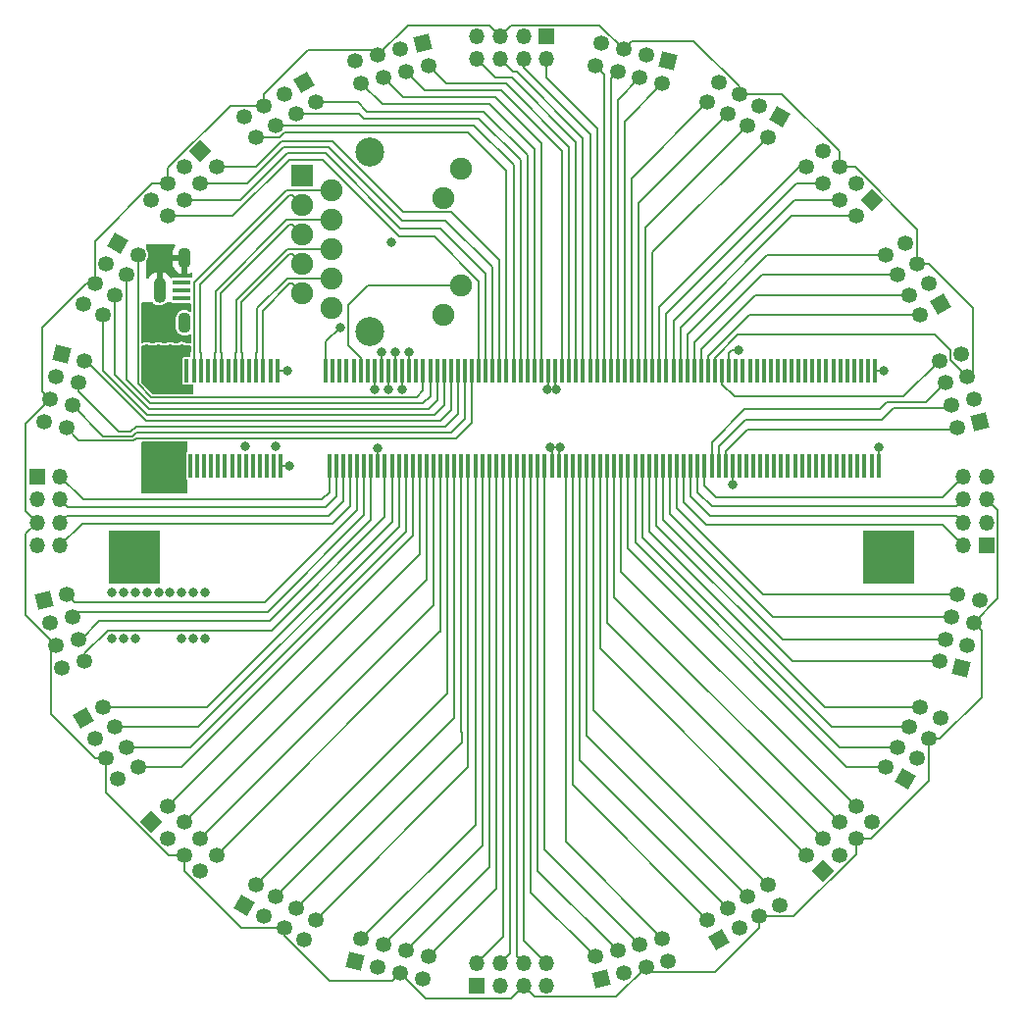
<source format=gbl>
%TF.GenerationSoftware,KiCad,Pcbnew,(6.0.9)*%
%TF.CreationDate,2022-11-25T11:26:23-05:00*%
%TF.ProjectId,hub,6875622e-6b69-4636-9164-5f7063625858,rev?*%
%TF.SameCoordinates,Original*%
%TF.FileFunction,Copper,L4,Bot*%
%TF.FilePolarity,Positive*%
%FSLAX46Y46*%
G04 Gerber Fmt 4.6, Leading zero omitted, Abs format (unit mm)*
G04 Created by KiCad (PCBNEW (6.0.9)) date 2022-11-25 11:26:23*
%MOMM*%
%LPD*%
G01*
G04 APERTURE LIST*
G04 Aperture macros list*
%AMHorizOval*
0 Thick line with rounded ends*
0 $1 width*
0 $2 $3 position (X,Y) of the first rounded end (center of the circle)*
0 $4 $5 position (X,Y) of the second rounded end (center of the circle)*
0 Add line between two ends*
20,1,$1,$2,$3,$4,$5,0*
0 Add two circle primitives to create the rounded ends*
1,1,$1,$2,$3*
1,1,$1,$4,$5*%
%AMRotRect*
0 Rectangle, with rotation*
0 The origin of the aperture is its center*
0 $1 length*
0 $2 width*
0 $3 Rotation angle, in degrees counterclockwise*
0 Add horizontal line*
21,1,$1,$2,0,0,$3*%
G04 Aperture macros list end*
%TA.AperFunction,ComponentPad*%
%ADD10RotRect,1.350000X1.350000X30.000000*%
%TD*%
%TA.AperFunction,ComponentPad*%
%ADD11HorizOval,1.350000X0.000000X0.000000X0.000000X0.000000X0*%
%TD*%
%TA.AperFunction,ComponentPad*%
%ADD12RotRect,1.350000X1.350000X15.000000*%
%TD*%
%TA.AperFunction,ComponentPad*%
%ADD13HorizOval,1.350000X0.000000X0.000000X0.000000X0.000000X0*%
%TD*%
%TA.AperFunction,ComponentPad*%
%ADD14RotRect,1.350000X1.350000X60.000000*%
%TD*%
%TA.AperFunction,ComponentPad*%
%ADD15HorizOval,1.350000X0.000000X0.000000X0.000000X0.000000X0*%
%TD*%
%TA.AperFunction,ComponentPad*%
%ADD16RotRect,1.350000X1.350000X195.000000*%
%TD*%
%TA.AperFunction,ComponentPad*%
%ADD17HorizOval,1.350000X0.000000X0.000000X0.000000X0.000000X0*%
%TD*%
%TA.AperFunction,ComponentPad*%
%ADD18RotRect,1.350000X1.350000X225.000000*%
%TD*%
%TA.AperFunction,ComponentPad*%
%ADD19HorizOval,1.350000X0.000000X0.000000X0.000000X0.000000X0*%
%TD*%
%TA.AperFunction,ComponentPad*%
%ADD20R,1.350000X1.350000*%
%TD*%
%TA.AperFunction,ComponentPad*%
%ADD21O,1.350000X1.350000*%
%TD*%
%TA.AperFunction,ComponentPad*%
%ADD22RotRect,1.350000X1.350000X45.000000*%
%TD*%
%TA.AperFunction,ComponentPad*%
%ADD23HorizOval,1.350000X0.000000X0.000000X0.000000X0.000000X0*%
%TD*%
%TA.AperFunction,ComponentPad*%
%ADD24RotRect,1.350000X1.350000X150.000000*%
%TD*%
%TA.AperFunction,ComponentPad*%
%ADD25HorizOval,1.350000X0.000000X0.000000X0.000000X0.000000X0*%
%TD*%
%TA.AperFunction,ComponentPad*%
%ADD26RotRect,1.350000X1.350000X255.000000*%
%TD*%
%TA.AperFunction,ComponentPad*%
%ADD27HorizOval,1.350000X0.000000X0.000000X0.000000X0.000000X0*%
%TD*%
%TA.AperFunction,ComponentPad*%
%ADD28RotRect,1.350000X1.350000X300.000000*%
%TD*%
%TA.AperFunction,ComponentPad*%
%ADD29HorizOval,1.350000X0.000000X0.000000X0.000000X0.000000X0*%
%TD*%
%TA.AperFunction,ComponentPad*%
%ADD30RotRect,1.350000X1.350000X135.000000*%
%TD*%
%TA.AperFunction,ComponentPad*%
%ADD31HorizOval,1.350000X0.000000X0.000000X0.000000X0.000000X0*%
%TD*%
%TA.AperFunction,ComponentPad*%
%ADD32RotRect,1.350000X1.350000X345.000000*%
%TD*%
%TA.AperFunction,ComponentPad*%
%ADD33HorizOval,1.350000X0.000000X0.000000X0.000000X0.000000X0*%
%TD*%
%TA.AperFunction,ComponentPad*%
%ADD34RotRect,1.350000X1.350000X165.000000*%
%TD*%
%TA.AperFunction,ComponentPad*%
%ADD35HorizOval,1.350000X0.000000X0.000000X0.000000X0.000000X0*%
%TD*%
%TA.AperFunction,ComponentPad*%
%ADD36RotRect,1.350000X1.350000X285.000000*%
%TD*%
%TA.AperFunction,ComponentPad*%
%ADD37HorizOval,1.350000X0.000000X0.000000X0.000000X0.000000X0*%
%TD*%
%TA.AperFunction,ComponentPad*%
%ADD38RotRect,1.350000X1.350000X105.000000*%
%TD*%
%TA.AperFunction,ComponentPad*%
%ADD39HorizOval,1.350000X0.000000X0.000000X0.000000X0.000000X0*%
%TD*%
%TA.AperFunction,ComponentPad*%
%ADD40RotRect,1.350000X1.350000X315.000000*%
%TD*%
%TA.AperFunction,ComponentPad*%
%ADD41HorizOval,1.350000X0.000000X0.000000X0.000000X0.000000X0*%
%TD*%
%TA.AperFunction,ComponentPad*%
%ADD42RotRect,1.350000X1.350000X240.000000*%
%TD*%
%TA.AperFunction,ComponentPad*%
%ADD43HorizOval,1.350000X0.000000X0.000000X0.000000X0.000000X0*%
%TD*%
%TA.AperFunction,ComponentPad*%
%ADD44RotRect,1.350000X1.350000X210.000000*%
%TD*%
%TA.AperFunction,ComponentPad*%
%ADD45HorizOval,1.350000X0.000000X0.000000X0.000000X0.000000X0*%
%TD*%
%TA.AperFunction,ComponentPad*%
%ADD46RotRect,1.350000X1.350000X75.000000*%
%TD*%
%TA.AperFunction,ComponentPad*%
%ADD47HorizOval,1.350000X0.000000X0.000000X0.000000X0.000000X0*%
%TD*%
%TA.AperFunction,ComponentPad*%
%ADD48RotRect,1.350000X1.350000X330.000000*%
%TD*%
%TA.AperFunction,ComponentPad*%
%ADD49HorizOval,1.350000X0.000000X0.000000X0.000000X0.000000X0*%
%TD*%
%TA.AperFunction,ComponentPad*%
%ADD50RotRect,1.350000X1.350000X120.000000*%
%TD*%
%TA.AperFunction,ComponentPad*%
%ADD51HorizOval,1.350000X0.000000X0.000000X0.000000X0.000000X0*%
%TD*%
%TA.AperFunction,ComponentPad*%
%ADD52C,1.900000*%
%TD*%
%TA.AperFunction,ComponentPad*%
%ADD53R,1.900000X1.900000*%
%TD*%
%TA.AperFunction,ComponentPad*%
%ADD54C,2.500000*%
%TD*%
%TA.AperFunction,SMDPad,CuDef*%
%ADD55R,0.350000X2.000000*%
%TD*%
%TA.AperFunction,SMDPad,CuDef*%
%ADD56R,4.500000X4.600000*%
%TD*%
%TA.AperFunction,SMDPad,CuDef*%
%ADD57R,1.500000X0.450000*%
%TD*%
%TA.AperFunction,ComponentPad*%
%ADD58O,1.100000X2.200000*%
%TD*%
%TA.AperFunction,ComponentPad*%
%ADD59O,1.100000X1.800000*%
%TD*%
%TA.AperFunction,ViaPad*%
%ADD60C,0.800000*%
%TD*%
%TA.AperFunction,Conductor*%
%ADD61C,0.150000*%
%TD*%
%TA.AperFunction,Conductor*%
%ADD62C,0.200000*%
%TD*%
G04 APERTURE END LIST*
D10*
%TO.P,J11,1,Pin_1*%
%TO.N,+3.3V*%
X-37007042Y-17901924D03*
D11*
%TO.P,J11,2,Pin_2*%
%TO.N,/channel9/CH1_2*%
X-35274991Y-16901924D03*
%TO.P,J11,3,Pin_3*%
%TO.N,GND*%
X-36007042Y-19633975D03*
%TO.P,J11,4,Pin_4*%
%TO.N,/channel9/CH3_4*%
X-34274991Y-18633975D03*
%TO.P,J11,5,Pin_5*%
%TO.N,CLK*%
X-35007042Y-21366026D03*
%TO.P,J11,6,Pin_6*%
%TO.N,/channel9/CH5_6*%
X-33274991Y-20366026D03*
%TO.P,J11,7,Pin_7*%
%TO.N,GND*%
X-34007042Y-23098076D03*
%TO.P,J11,8,Pin_8*%
%TO.N,/channel9/CH7_8*%
X-32274991Y-22098076D03*
%TD*%
D12*
%TO.P,J10,1,Pin_1*%
%TO.N,+3.3V*%
X-40379416Y-7713803D03*
D13*
%TO.P,J10,2,Pin_2*%
%TO.N,/channel8/CH1_2*%
X-38447564Y-7196165D03*
%TO.P,J10,3,Pin_3*%
%TO.N,GND*%
X-39861778Y-9645655D03*
%TO.P,J10,4,Pin_4*%
%TO.N,/channel8/CH3_4*%
X-37929926Y-9128017D03*
%TO.P,J10,5,Pin_5*%
%TO.N,CLK*%
X-39344140Y-11577506D03*
%TO.P,J10,6,Pin_6*%
%TO.N,/channel8/CH5_6*%
X-37412288Y-11059868D03*
%TO.P,J10,7,Pin_7*%
%TO.N,GND*%
X-38826502Y-13509358D03*
%TO.P,J10,8,Pin_8*%
%TO.N,/channel8/CH7_8*%
X-36894650Y-12991720D03*
%TD*%
D14*
%TO.P,J13,1,Pin_1*%
%TO.N,+3.3V*%
X-23098076Y-34007042D03*
D15*
%TO.P,J13,2,Pin_2*%
%TO.N,/channel11/CH1_2*%
X-22098076Y-32274991D03*
%TO.P,J13,3,Pin_3*%
%TO.N,GND*%
X-21366025Y-35007042D03*
%TO.P,J13,4,Pin_4*%
%TO.N,/channel11/CH3_4*%
X-20366025Y-33274991D03*
%TO.P,J13,5,Pin_5*%
%TO.N,CLK*%
X-19633974Y-36007042D03*
%TO.P,J13,6,Pin_6*%
%TO.N,/channel11/CH5_6*%
X-18633974Y-34274991D03*
%TO.P,J13,7,Pin_7*%
%TO.N,GND*%
X-17901924Y-37007042D03*
%TO.P,J13,8,Pin_8*%
%TO.N,/channel11/CH7_8*%
X-16901924Y-35274991D03*
%TD*%
D16*
%TO.P,J22,1,Pin_1*%
%TO.N,+3.3V*%
X40379416Y7713803D03*
D17*
%TO.P,J22,2,Pin_2*%
%TO.N,/channel20/CH1_2*%
X38447564Y7196165D03*
%TO.P,J22,3,Pin_3*%
%TO.N,GND*%
X39861778Y9645655D03*
%TO.P,J22,4,Pin_4*%
%TO.N,/channel20/CH3_4*%
X37929926Y9128017D03*
%TO.P,J22,5,Pin_5*%
%TO.N,CLK*%
X39344140Y11577506D03*
%TO.P,J22,6,Pin_6*%
%TO.N,/channel20/CH5_6*%
X37412288Y11059868D03*
%TO.P,J22,7,Pin_7*%
%TO.N,GND*%
X38826502Y13509358D03*
%TO.P,J22,8,Pin_8*%
%TO.N,/channel20/CH7_8*%
X36894650Y12991720D03*
%TD*%
D18*
%TO.P,J24,1,Pin_1*%
%TO.N,+3.3V*%
X31112698Y26870058D03*
D19*
%TO.P,J24,2,Pin_2*%
%TO.N,/channel22/CH1_2*%
X29698484Y25455844D03*
%TO.P,J24,3,Pin_3*%
%TO.N,GND*%
X29698484Y28284272D03*
%TO.P,J24,4,Pin_4*%
%TO.N,/channel22/CH3_4*%
X28284271Y26870058D03*
%TO.P,J24,5,Pin_5*%
%TO.N,CLK*%
X28284271Y29698485D03*
%TO.P,J24,6,Pin_6*%
%TO.N,/channel22/CH5_6*%
X26870057Y28284272D03*
%TO.P,J24,7,Pin_7*%
%TO.N,GND*%
X26870057Y31112699D03*
%TO.P,J24,8,Pin_8*%
%TO.N,/channel22/CH7_8*%
X25455844Y29698485D03*
%TD*%
D20*
%TO.P,J21,1,Pin_1*%
%TO.N,+3.3V*%
X41000000Y-3000000D03*
D21*
%TO.P,J21,2,Pin_2*%
%TO.N,/channel19/CH1_2*%
X39000000Y-3000000D03*
%TO.P,J21,3,Pin_3*%
%TO.N,GND*%
X41000000Y-1000000D03*
%TO.P,J21,4,Pin_4*%
%TO.N,/channel19/CH3_4*%
X39000000Y-1000000D03*
%TO.P,J21,5,Pin_5*%
%TO.N,CLK*%
X41000000Y1000000D03*
%TO.P,J21,6,Pin_6*%
%TO.N,/channel19/CH5_6*%
X39000000Y1000000D03*
%TO.P,J21,7,Pin_7*%
%TO.N,GND*%
X41000000Y3000000D03*
%TO.P,J21,8,Pin_8*%
%TO.N,/channel19/CH7_8*%
X39000000Y3000000D03*
%TD*%
D22*
%TO.P,J12,1,Pin_1*%
%TO.N,+3.3V*%
X-31112698Y-26870058D03*
D23*
%TO.P,J12,2,Pin_2*%
%TO.N,/channel10/CH1_2*%
X-29698484Y-25455844D03*
%TO.P,J12,3,Pin_3*%
%TO.N,GND*%
X-29698484Y-28284272D03*
%TO.P,J12,4,Pin_4*%
%TO.N,/channel10/CH3_4*%
X-28284271Y-26870058D03*
%TO.P,J12,5,Pin_5*%
%TO.N,CLK*%
X-28284271Y-29698485D03*
%TO.P,J12,6,Pin_6*%
%TO.N,/channel10/CH5_6*%
X-26870057Y-28284272D03*
%TO.P,J12,7,Pin_7*%
%TO.N,GND*%
X-26870057Y-31112699D03*
%TO.P,J12,8,Pin_8*%
%TO.N,/channel10/CH7_8*%
X-25455844Y-29698485D03*
%TD*%
D24*
%TO.P,J19,1,Pin_1*%
%TO.N,+3.3V*%
X34007042Y-23098076D03*
D25*
%TO.P,J19,2,Pin_2*%
%TO.N,/channel17/CH1_2*%
X32274991Y-22098076D03*
%TO.P,J19,3,Pin_3*%
%TO.N,GND*%
X35007042Y-21366025D03*
%TO.P,J19,4,Pin_4*%
%TO.N,/channel17/CH3_4*%
X33274991Y-20366025D03*
%TO.P,J19,5,Pin_5*%
%TO.N,CLK*%
X36007042Y-19633974D03*
%TO.P,J19,6,Pin_6*%
%TO.N,/channel17/CH5_6*%
X34274991Y-18633974D03*
%TO.P,J19,7,Pin_7*%
%TO.N,GND*%
X37007042Y-17901924D03*
%TO.P,J19,8,Pin_8*%
%TO.N,/channel17/CH7_8*%
X35274991Y-16901924D03*
%TD*%
D26*
%TO.P,J26,1,Pin_1*%
%TO.N,+3.3V*%
X13509358Y38826502D03*
D27*
%TO.P,J26,2,Pin_2*%
%TO.N,/channel24/CH1_2*%
X12991720Y36894650D03*
%TO.P,J26,3,Pin_3*%
%TO.N,GND*%
X11577506Y39344140D03*
%TO.P,J26,4,Pin_4*%
%TO.N,/channel24/CH3_4*%
X11059868Y37412288D03*
%TO.P,J26,5,Pin_5*%
%TO.N,CLK*%
X9645655Y39861778D03*
%TO.P,J26,6,Pin_6*%
%TO.N,/channel24/CH5_6*%
X9128017Y37929927D03*
%TO.P,J26,7,Pin_7*%
%TO.N,GND*%
X7713803Y40379416D03*
%TO.P,J26,8,Pin_8*%
%TO.N,/channel24/CH7_8*%
X7196165Y38447565D03*
%TD*%
D20*
%TO.P,J2,1,Pin_1*%
%TO.N,+3.3V*%
X3000000Y41000000D03*
D21*
%TO.P,J2,2,Pin_2*%
%TO.N,/channel1/CH1_2*%
X3000000Y39000000D03*
%TO.P,J2,3,Pin_3*%
%TO.N,GND*%
X1000000Y41000000D03*
%TO.P,J2,4,Pin_4*%
%TO.N,/channel1/CH3_4*%
X1000000Y39000000D03*
%TO.P,J2,5,Pin_5*%
%TO.N,CLK*%
X-1000000Y41000000D03*
%TO.P,J2,6,Pin_6*%
%TO.N,/channel1/CH5_6*%
X-1000000Y39000000D03*
%TO.P,J2,7,Pin_7*%
%TO.N,GND*%
X-3000000Y41000000D03*
%TO.P,J2,8,Pin_8*%
%TO.N,/channel1/CH7_8*%
X-3000000Y39000000D03*
%TD*%
D28*
%TO.P,J5,1,Pin_1*%
%TO.N,+3.3V*%
X-17901924Y37007042D03*
D29*
%TO.P,J5,2,Pin_2*%
%TO.N,/channel3/CH1_2*%
X-16901924Y35274991D03*
%TO.P,J5,3,Pin_3*%
%TO.N,GND*%
X-19633975Y36007042D03*
%TO.P,J5,4,Pin_4*%
%TO.N,/channel3/CH3_4*%
X-18633975Y34274991D03*
%TO.P,J5,5,Pin_5*%
%TO.N,CLK*%
X-21366026Y35007042D03*
%TO.P,J5,6,Pin_6*%
%TO.N,/channel3/CH5_6*%
X-20366026Y33274991D03*
%TO.P,J5,7,Pin_7*%
%TO.N,GND*%
X-23098076Y34007042D03*
%TO.P,J5,8,Pin_8*%
%TO.N,/channel3/CH7_8*%
X-22098076Y32274991D03*
%TD*%
D30*
%TO.P,J18,1,Pin_1*%
%TO.N,+3.3V*%
X26870058Y-31112698D03*
D31*
%TO.P,J18,2,Pin_2*%
%TO.N,/channel16/CH1_2*%
X25455844Y-29698484D03*
%TO.P,J18,3,Pin_3*%
%TO.N,GND*%
X28284272Y-29698484D03*
%TO.P,J18,4,Pin_4*%
%TO.N,/channel16/CH3_4*%
X26870058Y-28284271D03*
%TO.P,J18,5,Pin_5*%
%TO.N,CLK*%
X29698485Y-28284271D03*
%TO.P,J18,6,Pin_6*%
%TO.N,/channel16/CH5_6*%
X28284272Y-26870057D03*
%TO.P,J18,7,Pin_7*%
%TO.N,GND*%
X31112699Y-26870057D03*
%TO.P,J18,8,Pin_8*%
%TO.N,/channel16/CH7_8*%
X29698485Y-25455844D03*
%TD*%
D32*
%TO.P,J8,1,Pin_1*%
%TO.N,+3.3V*%
X-38826502Y13509358D03*
D33*
%TO.P,J8,2,Pin_2*%
%TO.N,/channel6/CH1_2*%
X-36894650Y12991720D03*
%TO.P,J8,3,Pin_3*%
%TO.N,GND*%
X-39344140Y11577506D03*
%TO.P,J8,4,Pin_4*%
%TO.N,/channel6/CH3_4*%
X-37412288Y11059868D03*
%TO.P,J8,5,Pin_5*%
%TO.N,CLK*%
X-39861778Y9645655D03*
%TO.P,J8,6,Pin_6*%
%TO.N,/channel6/CH5_6*%
X-37929927Y9128017D03*
%TO.P,J8,7,Pin_7*%
%TO.N,GND*%
X-40379416Y7713803D03*
%TO.P,J8,8,Pin_8*%
%TO.N,/channel6/CH7_8*%
X-38447565Y7196165D03*
%TD*%
D20*
%TO.P,J9,1,Pin_1*%
%TO.N,+3.3V*%
X-41000000Y3000000D03*
D21*
%TO.P,J9,2,Pin_2*%
%TO.N,/channel7/CH1_2*%
X-39000000Y3000000D03*
%TO.P,J9,3,Pin_3*%
%TO.N,GND*%
X-41000000Y1000000D03*
%TO.P,J9,4,Pin_4*%
%TO.N,/channel7/CH3_4*%
X-39000000Y1000000D03*
%TO.P,J9,5,Pin_5*%
%TO.N,CLK*%
X-41000000Y-1000000D03*
%TO.P,J9,6,Pin_6*%
%TO.N,/channel7/CH5_6*%
X-39000000Y-1000000D03*
%TO.P,J9,7,Pin_7*%
%TO.N,GND*%
X-41000000Y-3000000D03*
%TO.P,J9,8,Pin_8*%
%TO.N,/channel7/CH7_8*%
X-39000000Y-3000000D03*
%TD*%
D34*
%TO.P,J20,1,Pin_1*%
%TO.N,+3.3V*%
X38826502Y-13509358D03*
D35*
%TO.P,J20,2,Pin_2*%
%TO.N,/channel18/CH1_2*%
X36894650Y-12991720D03*
%TO.P,J20,3,Pin_3*%
%TO.N,GND*%
X39344140Y-11577506D03*
%TO.P,J20,4,Pin_4*%
%TO.N,/channel18/CH3_4*%
X37412288Y-11059868D03*
%TO.P,J20,5,Pin_5*%
%TO.N,CLK*%
X39861778Y-9645655D03*
%TO.P,J20,6,Pin_6*%
%TO.N,/channel18/CH5_6*%
X37929927Y-9128017D03*
%TO.P,J20,7,Pin_7*%
%TO.N,GND*%
X40379416Y-7713803D03*
%TO.P,J20,8,Pin_8*%
%TO.N,/channel18/CH7_8*%
X38447565Y-7196165D03*
%TD*%
D20*
%TO.P,J15,1,Pin_1*%
%TO.N,+3.3V*%
X-3000000Y-41000000D03*
D21*
%TO.P,J15,2,Pin_2*%
%TO.N,/channel13/CH1_2*%
X-3000000Y-39000000D03*
%TO.P,J15,3,Pin_3*%
%TO.N,GND*%
X-1000000Y-41000000D03*
%TO.P,J15,4,Pin_4*%
%TO.N,/channel13/CH3_4*%
X-1000000Y-39000000D03*
%TO.P,J15,5,Pin_5*%
%TO.N,CLK*%
X1000000Y-41000000D03*
%TO.P,J15,6,Pin_6*%
%TO.N,/channel13/CH5_6*%
X1000000Y-39000000D03*
%TO.P,J15,7,Pin_7*%
%TO.N,GND*%
X3000000Y-41000000D03*
%TO.P,J15,8,Pin_8*%
%TO.N,/channel13/CH7_8*%
X3000000Y-39000000D03*
%TD*%
D36*
%TO.P,J4,1,Pin_1*%
%TO.N,+3.3V*%
X-7713803Y40379416D03*
D37*
%TO.P,J4,2,Pin_2*%
%TO.N,/channel2/CH1_2*%
X-7196165Y38447564D03*
%TO.P,J4,3,Pin_3*%
%TO.N,GND*%
X-9645655Y39861778D03*
%TO.P,J4,4,Pin_4*%
%TO.N,/channel2/CH3_4*%
X-9128017Y37929926D03*
%TO.P,J4,5,Pin_5*%
%TO.N,CLK*%
X-11577506Y39344140D03*
%TO.P,J4,6,Pin_6*%
%TO.N,/channel2/CH5_6*%
X-11059868Y37412288D03*
%TO.P,J4,7,Pin_7*%
%TO.N,GND*%
X-13509358Y38826502D03*
%TO.P,J4,8,Pin_8*%
%TO.N,/channel2/CH7_8*%
X-12991720Y36894650D03*
%TD*%
D38*
%TO.P,J16,1,Pin_1*%
%TO.N,+3.3V*%
X7713803Y-40379416D03*
D39*
%TO.P,J16,2,Pin_2*%
%TO.N,/channel14/CH1_2*%
X7196165Y-38447564D03*
%TO.P,J16,3,Pin_3*%
%TO.N,GND*%
X9645655Y-39861778D03*
%TO.P,J16,4,Pin_4*%
%TO.N,/channel14/CH3_4*%
X9128017Y-37929926D03*
%TO.P,J16,5,Pin_5*%
%TO.N,CLK*%
X11577506Y-39344140D03*
%TO.P,J16,6,Pin_6*%
%TO.N,/channel14/CH5_6*%
X11059868Y-37412288D03*
%TO.P,J16,7,Pin_7*%
%TO.N,GND*%
X13509358Y-38826502D03*
%TO.P,J16,8,Pin_8*%
%TO.N,/channel14/CH7_8*%
X12991720Y-36894650D03*
%TD*%
D40*
%TO.P,J6,1,Pin_1*%
%TO.N,+3.3V*%
X-26870058Y31112698D03*
D41*
%TO.P,J6,2,Pin_2*%
%TO.N,/channel4/CH1_2*%
X-25455844Y29698484D03*
%TO.P,J6,3,Pin_3*%
%TO.N,GND*%
X-28284272Y29698484D03*
%TO.P,J6,4,Pin_4*%
%TO.N,/channel4/CH3_4*%
X-26870058Y28284271D03*
%TO.P,J6,5,Pin_5*%
%TO.N,CLK*%
X-29698485Y28284271D03*
%TO.P,J6,6,Pin_6*%
%TO.N,/channel4/CH5_6*%
X-28284272Y26870057D03*
%TO.P,J6,7,Pin_7*%
%TO.N,GND*%
X-31112699Y26870057D03*
%TO.P,J6,8,Pin_8*%
%TO.N,/channel4/CH7_8*%
X-29698485Y25455844D03*
%TD*%
D42*
%TO.P,J25,1,Pin_1*%
%TO.N,+3.3V*%
X23098076Y34007042D03*
D43*
%TO.P,J25,2,Pin_2*%
%TO.N,/channel23/CH1_2*%
X22098076Y32274991D03*
%TO.P,J25,3,Pin_3*%
%TO.N,GND*%
X21366025Y35007042D03*
%TO.P,J25,4,Pin_4*%
%TO.N,/channel23/CH3_4*%
X20366025Y33274991D03*
%TO.P,J25,5,Pin_5*%
%TO.N,CLK*%
X19633974Y36007042D03*
%TO.P,J25,6,Pin_6*%
%TO.N,/channel23/CH5_6*%
X18633974Y34274991D03*
%TO.P,J25,7,Pin_7*%
%TO.N,GND*%
X17901924Y37007042D03*
%TO.P,J25,8,Pin_8*%
%TO.N,/channel23/CH7_8*%
X16901924Y35274991D03*
%TD*%
D44*
%TO.P,J23,1,Pin_1*%
%TO.N,+3.3V*%
X37007042Y17901924D03*
D45*
%TO.P,J23,2,Pin_2*%
%TO.N,/channel21/CH1_2*%
X35274991Y16901924D03*
%TO.P,J23,3,Pin_3*%
%TO.N,GND*%
X36007042Y19633975D03*
%TO.P,J23,4,Pin_4*%
%TO.N,/channel21/CH3_4*%
X34274991Y18633975D03*
%TO.P,J23,5,Pin_5*%
%TO.N,CLK*%
X35007042Y21366026D03*
%TO.P,J23,6,Pin_6*%
%TO.N,/channel21/CH5_6*%
X33274991Y20366026D03*
%TO.P,J23,7,Pin_7*%
%TO.N,GND*%
X34007042Y23098076D03*
%TO.P,J23,8,Pin_8*%
%TO.N,/channel21/CH7_8*%
X32274991Y22098076D03*
%TD*%
D46*
%TO.P,J14,1,Pin_1*%
%TO.N,+3.3V*%
X-13509358Y-38826502D03*
D47*
%TO.P,J14,2,Pin_2*%
%TO.N,/channel12/CH1_2*%
X-12991720Y-36894650D03*
%TO.P,J14,3,Pin_3*%
%TO.N,GND*%
X-11577506Y-39344140D03*
%TO.P,J14,4,Pin_4*%
%TO.N,/channel12/CH3_4*%
X-11059868Y-37412288D03*
%TO.P,J14,5,Pin_5*%
%TO.N,CLK*%
X-9645655Y-39861778D03*
%TO.P,J14,6,Pin_6*%
%TO.N,/channel12/CH5_6*%
X-9128017Y-37929927D03*
%TO.P,J14,7,Pin_7*%
%TO.N,GND*%
X-7713803Y-40379416D03*
%TO.P,J14,8,Pin_8*%
%TO.N,/channel12/CH7_8*%
X-7196165Y-38447565D03*
%TD*%
D48*
%TO.P,J7,1,Pin_1*%
%TO.N,+3.3V*%
X-34007042Y23098076D03*
D49*
%TO.P,J7,2,Pin_2*%
%TO.N,/channel5/CH1_2*%
X-32274991Y22098076D03*
%TO.P,J7,3,Pin_3*%
%TO.N,GND*%
X-35007042Y21366025D03*
%TO.P,J7,4,Pin_4*%
%TO.N,/channel5/CH3_4*%
X-33274991Y20366025D03*
%TO.P,J7,5,Pin_5*%
%TO.N,CLK*%
X-36007042Y19633974D03*
%TO.P,J7,6,Pin_6*%
%TO.N,/channel5/CH5_6*%
X-34274991Y18633974D03*
%TO.P,J7,7,Pin_7*%
%TO.N,GND*%
X-37007042Y17901924D03*
%TO.P,J7,8,Pin_8*%
%TO.N,/channel5/CH7_8*%
X-35274991Y16901924D03*
%TD*%
D50*
%TO.P,J17,1,Pin_1*%
%TO.N,+3.3V*%
X17901924Y-37007042D03*
D51*
%TO.P,J17,2,Pin_2*%
%TO.N,/channel15/CH1_2*%
X16901924Y-35274991D03*
%TO.P,J17,3,Pin_3*%
%TO.N,GND*%
X19633975Y-36007042D03*
%TO.P,J17,4,Pin_4*%
%TO.N,/channel15/CH3_4*%
X18633975Y-34274991D03*
%TO.P,J17,5,Pin_5*%
%TO.N,CLK*%
X21366026Y-35007042D03*
%TO.P,J17,6,Pin_6*%
%TO.N,/channel15/CH5_6*%
X20366026Y-33274991D03*
%TO.P,J17,7,Pin_7*%
%TO.N,GND*%
X23098076Y-34007042D03*
%TO.P,J17,8,Pin_8*%
%TO.N,/channel15/CH7_8*%
X22098076Y-32274991D03*
%TD*%
D52*
%TO.P,J3,L1*%
%TO.N,Net-(J3-PadL1)*%
X-5870000Y16925000D03*
%TO.P,J3,L2*%
%TO.N,/Y_LED*%
X-4350000Y19465000D03*
%TO.P,J3,L3*%
%TO.N,Net-(J3-PadL3)*%
X-5870000Y27035000D03*
%TO.P,J3,L4*%
%TO.N,/G_LED*%
X-4350000Y29575000D03*
D53*
%TO.P,J3,R1,CT*%
%TO.N,Net-(C1-Pad1)*%
X-18140000Y28965000D03*
D52*
%TO.P,J3,R2,TD1+*%
%TO.N,/ethernet/ETH_1+*%
X-15600000Y27695000D03*
%TO.P,J3,R3,TD1-*%
%TO.N,/ethernet/ETH_1-*%
X-18140000Y26425000D03*
%TO.P,J3,R4,TD2+*%
%TO.N,/ethernet/ETH_2+*%
X-15600000Y25155000D03*
%TO.P,J3,R5,TD2-*%
%TO.N,/ethernet/ETH_2-*%
X-18140000Y23885000D03*
%TO.P,J3,R6,TD3+*%
%TO.N,/ethernet/ETH_3+*%
X-15600000Y22615000D03*
%TO.P,J3,R7,TD3-*%
%TO.N,/ethernet/ETH_3-*%
X-18140000Y21345000D03*
%TO.P,J3,R8,TD4+*%
%TO.N,/ethernet/ETH_4+*%
X-15600000Y20075000D03*
%TO.P,J3,R9,TD4-*%
%TO.N,/ethernet/ETH_4-*%
X-18140000Y18805000D03*
%TO.P,J3,R10,GND*%
%TO.N,GND*%
X-15600000Y17535000D03*
D54*
%TO.P,J3,SH,SH*%
X-12300000Y31025000D03*
X-12300000Y15475000D03*
%TD*%
D55*
%TO.P,J1,1,1*%
%TO.N,GND*%
X-31650000Y12100000D03*
%TO.P,J1,2,2*%
%TO.N,+5V*%
X-31350000Y3900000D03*
%TO.P,J1,3,3*%
%TO.N,GND*%
X-31050000Y12100000D03*
%TO.P,J1,4,4*%
%TO.N,+5V*%
X-30750000Y3900000D03*
%TO.P,J1,5,5*%
%TO.N,GND*%
X-30450000Y12100000D03*
%TO.P,J1,6,6*%
%TO.N,+5V*%
X-30150000Y3900000D03*
%TO.P,J1,7,7*%
%TO.N,GND*%
X-29850000Y12100000D03*
%TO.P,J1,8,8*%
%TO.N,+5V*%
X-29550000Y3900000D03*
%TO.P,J1,9,9*%
%TO.N,GND*%
X-29250000Y12100000D03*
%TO.P,J1,10,10*%
%TO.N,+5V*%
X-28950000Y3900000D03*
%TO.P,J1,11,11*%
%TO.N,GND*%
X-28650000Y12100000D03*
%TO.P,J1,12,12*%
%TO.N,+5V*%
X-28350000Y3900000D03*
%TO.P,J1,13,13*%
%TO.N,unconnected-(J1-Pad13)*%
X-28050000Y12100000D03*
%TO.P,J1,14,14*%
%TO.N,unconnected-(J1-Pad14)*%
X-27750000Y3900000D03*
%TO.P,J1,15,15*%
%TO.N,/ethernet/ETH_1+*%
X-27450000Y12100000D03*
%TO.P,J1,16,16*%
%TO.N,unconnected-(J1-Pad16)*%
X-27150000Y3900000D03*
%TO.P,J1,17,17*%
%TO.N,/ethernet/ETH_1-*%
X-26850000Y12100000D03*
%TO.P,J1,18,18*%
%TO.N,unconnected-(J1-Pad18)*%
X-26550000Y3900000D03*
%TO.P,J1,19,19*%
%TO.N,unconnected-(J1-Pad19)*%
X-26250000Y12100000D03*
%TO.P,J1,20,20*%
%TO.N,unconnected-(J1-Pad20)*%
X-25950000Y3900000D03*
%TO.P,J1,21,21*%
%TO.N,/ethernet/ETH_2+*%
X-25650000Y12100000D03*
%TO.P,J1,22,22*%
%TO.N,unconnected-(J1-Pad22)*%
X-25350000Y3900000D03*
%TO.P,J1,23,23*%
%TO.N,/ethernet/ETH_2-*%
X-25050000Y12100000D03*
%TO.P,J1,24,24*%
%TO.N,unconnected-(J1-Pad24)*%
X-24750000Y3900000D03*
%TO.P,J1,25,25*%
%TO.N,unconnected-(J1-Pad25)*%
X-24450000Y12100000D03*
%TO.P,J1,26,26*%
%TO.N,unconnected-(J1-Pad26)*%
X-24150000Y3900000D03*
%TO.P,J1,27,27*%
%TO.N,/ethernet/ETH_3+*%
X-23850000Y12100000D03*
%TO.P,J1,28,28*%
%TO.N,unconnected-(J1-Pad28)*%
X-23550000Y3900000D03*
%TO.P,J1,29,29*%
%TO.N,/ethernet/ETH_3-*%
X-23250000Y12100000D03*
%TO.P,J1,30,30*%
%TO.N,unconnected-(J1-Pad30)*%
X-22950000Y3900000D03*
%TO.P,J1,31,31*%
%TO.N,unconnected-(J1-Pad31)*%
X-22650000Y12100000D03*
%TO.P,J1,32,32*%
%TO.N,unconnected-(J1-Pad32)*%
X-22350000Y3900000D03*
%TO.P,J1,33,33*%
%TO.N,/ethernet/ETH_4+*%
X-22050000Y12100000D03*
%TO.P,J1,34,34*%
%TO.N,unconnected-(J1-Pad34)*%
X-21750000Y3900000D03*
%TO.P,J1,35,35*%
%TO.N,/ethernet/ETH_4-*%
X-21450000Y12100000D03*
%TO.P,J1,36,36*%
%TO.N,unconnected-(J1-Pad36)*%
X-21150000Y3900000D03*
%TO.P,J1,37,37*%
%TO.N,unconnected-(J1-Pad37)*%
X-20850000Y12100000D03*
%TO.P,J1,38,38*%
%TO.N,unconnected-(J1-Pad38)*%
X-20550000Y3900000D03*
%TO.P,J1,39,39*%
%TO.N,GND*%
X-20250000Y12100000D03*
%TO.P,J1,40,40*%
X-19950000Y3900000D03*
%TO.P,J1,41,41*%
%TO.N,/G_LED*%
X-16050000Y12100000D03*
%TO.P,J1,42,42*%
%TO.N,/channel7/CH1_2*%
X-15750000Y3900000D03*
%TO.P,J1,43,43*%
%TO.N,unconnected-(J1-Pad43)*%
X-15450000Y12100000D03*
%TO.P,J1,44,44*%
%TO.N,/channel7/CH3_4*%
X-15150000Y3900000D03*
%TO.P,J1,45,45*%
%TO.N,unconnected-(J1-Pad45)*%
X-14850000Y12100000D03*
%TO.P,J1,46,46*%
%TO.N,/channel7/CH5_6*%
X-14550000Y3900000D03*
%TO.P,J1,47,47*%
%TO.N,unconnected-(J1-Pad47)*%
X-14250000Y12100000D03*
%TO.P,J1,48,48*%
%TO.N,/channel7/CH7_8*%
X-13950000Y3900000D03*
%TO.P,J1,49,49*%
%TO.N,unconnected-(J1-Pad49)*%
X-13650000Y12100000D03*
%TO.P,J1,50,50*%
%TO.N,/channel8/CH1_2*%
X-13350000Y3900000D03*
%TO.P,J1,51,51*%
%TO.N,/Y_LED*%
X-13050000Y12100000D03*
%TO.P,J1,52,52*%
%TO.N,/channel8/CH3_4*%
X-12750000Y3900000D03*
%TO.P,J1,53,53*%
%TO.N,unconnected-(J1-Pad53)*%
X-12450000Y12100000D03*
%TO.P,J1,54,54*%
%TO.N,/channel8/CH5_6*%
X-12150000Y3900000D03*
%TO.P,J1,55,55*%
%TO.N,GND*%
X-11850000Y12100000D03*
%TO.P,J1,56,56*%
X-11550000Y3900000D03*
%TO.P,J1,57,57*%
%TO.N,/DBG_1*%
X-11250000Y12100000D03*
%TO.P,J1,58,58*%
%TO.N,/channel8/CH7_8*%
X-10950000Y3900000D03*
%TO.P,J1,59,59*%
%TO.N,/DBG_2*%
X-10650000Y12100000D03*
%TO.P,J1,60,60*%
%TO.N,/channel9/CH1_2*%
X-10350000Y3900000D03*
%TO.P,J1,61,61*%
%TO.N,/DBG_3*%
X-10050000Y12100000D03*
%TO.P,J1,62,62*%
%TO.N,/channel9/CH3_4*%
X-9750000Y3900000D03*
%TO.P,J1,63,63*%
%TO.N,/DBG_4*%
X-9450000Y12100000D03*
%TO.P,J1,64,64*%
%TO.N,/channel9/CH5_6*%
X-9150000Y3900000D03*
%TO.P,J1,65,65*%
%TO.N,/DBG_5*%
X-8850000Y12100000D03*
%TO.P,J1,66,66*%
%TO.N,/channel9/CH7_8*%
X-8550000Y3900000D03*
%TO.P,J1,67,67*%
%TO.N,/DBG_6*%
X-8250000Y12100000D03*
%TO.P,J1,68,68*%
%TO.N,/channel10/CH1_2*%
X-7950000Y3900000D03*
%TO.P,J1,69,69*%
%TO.N,/channel5/CH1_2*%
X-7650000Y12100000D03*
%TO.P,J1,70,70*%
%TO.N,/channel10/CH3_4*%
X-7350000Y3900000D03*
%TO.P,J1,71,71*%
%TO.N,/channel5/CH3_4*%
X-7050000Y12100000D03*
%TO.P,J1,72,72*%
%TO.N,/channel10/CH5_6*%
X-6750000Y3900000D03*
%TO.P,J1,73,73*%
%TO.N,/channel5/CH5_6*%
X-6450000Y12100000D03*
%TO.P,J1,74,74*%
%TO.N,/channel10/CH7_8*%
X-6150000Y3900000D03*
%TO.P,J1,75,75*%
%TO.N,/channel5/CH7_8*%
X-5850000Y12100000D03*
%TO.P,J1,76,76*%
%TO.N,/channel11/CH1_2*%
X-5550000Y3900000D03*
%TO.P,J1,77,77*%
%TO.N,/channel6/CH1_2*%
X-5250000Y12100000D03*
%TO.P,J1,78,78*%
%TO.N,/channel11/CH3_4*%
X-4950000Y3900000D03*
%TO.P,J1,79,79*%
%TO.N,/channel6/CH3_4*%
X-4650000Y12100000D03*
%TO.P,J1,80,80*%
%TO.N,/channel11/CH5_6*%
X-4350000Y3900000D03*
%TO.P,J1,81,81*%
%TO.N,/channel6/CH5_6*%
X-4050000Y12100000D03*
%TO.P,J1,82,82*%
%TO.N,/channel11/CH7_8*%
X-3750000Y3900000D03*
%TO.P,J1,83,83*%
%TO.N,/channel6/CH7_8*%
X-3450000Y12100000D03*
%TO.P,J1,84,84*%
%TO.N,/channel12/CH1_2*%
X-3150000Y3900000D03*
%TO.P,J1,85,85*%
%TO.N,/channel4/CH7_8*%
X-2850000Y12100000D03*
%TO.P,J1,86,86*%
%TO.N,/channel12/CH3_4*%
X-2550000Y3900000D03*
%TO.P,J1,87,87*%
%TO.N,/channel4/CH5_6*%
X-2250000Y12100000D03*
%TO.P,J1,88,88*%
%TO.N,/channel12/CH5_6*%
X-1950000Y3900000D03*
%TO.P,J1,89,89*%
%TO.N,/channel4/CH3_4*%
X-1650000Y12100000D03*
%TO.P,J1,90,90*%
%TO.N,/channel12/CH7_8*%
X-1350000Y3900000D03*
%TO.P,J1,91,91*%
%TO.N,/channel4/CH1_2*%
X-1050000Y12100000D03*
%TO.P,J1,92,92*%
%TO.N,/channel13/CH1_2*%
X-750000Y3900000D03*
%TO.P,J1,93,93*%
%TO.N,/channel3/CH7_8*%
X-450000Y12100000D03*
%TO.P,J1,94,94*%
%TO.N,/channel13/CH3_4*%
X-150000Y3900000D03*
%TO.P,J1,95,95*%
%TO.N,/channel3/CH5_6*%
X150000Y12100000D03*
%TO.P,J1,96,96*%
%TO.N,/channel13/CH5_6*%
X450000Y3900000D03*
%TO.P,J1,97,97*%
%TO.N,/channel3/CH3_4*%
X750000Y12100000D03*
%TO.P,J1,98,98*%
%TO.N,/channel13/CH7_8*%
X1050000Y3900000D03*
%TO.P,J1,99,99*%
%TO.N,/channel3/CH1_2*%
X1350000Y12100000D03*
%TO.P,J1,100,100*%
%TO.N,/channel14/CH1_2*%
X1650000Y3900000D03*
%TO.P,J1,101,101*%
%TO.N,/channel2/CH7_8*%
X1950000Y12100000D03*
%TO.P,J1,102,102*%
%TO.N,/channel14/CH3_4*%
X2250000Y3900000D03*
%TO.P,J1,103,103*%
%TO.N,/channel2/CH5_6*%
X2550000Y12100000D03*
%TO.P,J1,104,104*%
%TO.N,/channel14/CH5_6*%
X2850000Y3900000D03*
%TO.P,J1,105,105*%
%TO.N,GND*%
X3150000Y12100000D03*
%TO.P,J1,106,106*%
X3450000Y3900000D03*
%TO.P,J1,107,107*%
X3750000Y12100000D03*
%TO.P,J1,108,108*%
X4050000Y3900000D03*
%TO.P,J1,109,109*%
%TO.N,/channel2/CH3_4*%
X4350000Y12100000D03*
%TO.P,J1,110,110*%
%TO.N,/channel14/CH7_8*%
X4650000Y3900000D03*
%TO.P,J1,111,111*%
%TO.N,/channel2/CH1_2*%
X4950000Y12100000D03*
%TO.P,J1,112,112*%
%TO.N,/channel15/CH1_2*%
X5250000Y3900000D03*
%TO.P,J1,113,113*%
%TO.N,/channel1/CH7_8*%
X5550000Y12100000D03*
%TO.P,J1,114,114*%
%TO.N,/channel15/CH3_4*%
X5850000Y3900000D03*
%TO.P,J1,115,115*%
%TO.N,/channel1/CH5_6*%
X6150000Y12100000D03*
%TO.P,J1,116,116*%
%TO.N,/channel15/CH5_6*%
X6450000Y3900000D03*
%TO.P,J1,117,117*%
%TO.N,/channel1/CH3_4*%
X6750000Y12100000D03*
%TO.P,J1,118,118*%
%TO.N,/channel15/CH7_8*%
X7050000Y3900000D03*
%TO.P,J1,119,119*%
%TO.N,/channel1/CH1_2*%
X7350000Y12100000D03*
%TO.P,J1,120,120*%
%TO.N,/channel16/CH1_2*%
X7650000Y3900000D03*
%TO.P,J1,121,121*%
%TO.N,/channel24/CH7_8*%
X7950000Y12100000D03*
%TO.P,J1,122,122*%
%TO.N,/channel16/CH3_4*%
X8250000Y3900000D03*
%TO.P,J1,123,123*%
%TO.N,/channel24/CH5_6*%
X8550000Y12100000D03*
%TO.P,J1,124,124*%
%TO.N,/channel16/CH5_6*%
X8850000Y3900000D03*
%TO.P,J1,125,125*%
%TO.N,/channel24/CH3_4*%
X9150000Y12100000D03*
%TO.P,J1,126,126*%
%TO.N,/channel16/CH7_8*%
X9450000Y3900000D03*
%TO.P,J1,127,127*%
%TO.N,/channel24/CH1_2*%
X9750000Y12100000D03*
%TO.P,J1,128,128*%
%TO.N,/channel17/CH1_2*%
X10050000Y3900000D03*
%TO.P,J1,129,129*%
%TO.N,/channel23/CH7_8*%
X10350000Y12100000D03*
%TO.P,J1,130,130*%
%TO.N,/channel17/CH3_4*%
X10650000Y3900000D03*
%TO.P,J1,131,131*%
%TO.N,/channel23/CH5_6*%
X10950000Y12100000D03*
%TO.P,J1,132,132*%
%TO.N,/channel17/CH5_6*%
X11250000Y3900000D03*
%TO.P,J1,133,133*%
%TO.N,/channel23/CH3_4*%
X11550000Y12100000D03*
%TO.P,J1,134,134*%
%TO.N,/channel17/CH7_8*%
X11850000Y3900000D03*
%TO.P,J1,135,135*%
%TO.N,/channel23/CH1_2*%
X12150000Y12100000D03*
%TO.P,J1,136,136*%
%TO.N,/channel18/CH1_2*%
X12450000Y3900000D03*
%TO.P,J1,137,137*%
%TO.N,/channel22/CH7_8*%
X12750000Y12100000D03*
%TO.P,J1,138,138*%
%TO.N,/channel18/CH3_4*%
X13050000Y3900000D03*
%TO.P,J1,139,139*%
%TO.N,/channel22/CH5_6*%
X13350000Y12100000D03*
%TO.P,J1,140,140*%
%TO.N,/channel18/CH5_6*%
X13650000Y3900000D03*
%TO.P,J1,141,141*%
%TO.N,/channel22/CH3_4*%
X13950000Y12100000D03*
%TO.P,J1,142,142*%
%TO.N,/channel18/CH7_8*%
X14250000Y3900000D03*
%TO.P,J1,143,143*%
%TO.N,/channel22/CH1_2*%
X14550000Y12100000D03*
%TO.P,J1,144,144*%
%TO.N,/channel19/CH1_2*%
X14850000Y3900000D03*
%TO.P,J1,145,145*%
%TO.N,/channel21/CH7_8*%
X15150000Y12100000D03*
%TO.P,J1,146,146*%
%TO.N,/channel19/CH3_4*%
X15450000Y3900000D03*
%TO.P,J1,147,147*%
%TO.N,/channel21/CH5_6*%
X15750000Y12100000D03*
%TO.P,J1,148,148*%
%TO.N,/channel19/CH5_6*%
X16050000Y3900000D03*
%TO.P,J1,149,149*%
%TO.N,/channel21/CH3_4*%
X16350000Y12100000D03*
%TO.P,J1,150,150*%
%TO.N,/channel19/CH7_8*%
X16650000Y3900000D03*
%TO.P,J1,151,151*%
%TO.N,/channel21/CH1_2*%
X16950000Y12100000D03*
%TO.P,J1,152,152*%
%TO.N,/channel20/CH5_6*%
X17250000Y3900000D03*
%TO.P,J1,153,153*%
%TO.N,CLK*%
X17550000Y12100000D03*
%TO.P,J1,154,154*%
%TO.N,/channel20/CH3_4*%
X17850000Y3900000D03*
%TO.P,J1,155,155*%
%TO.N,/channel20/CH7_8*%
X18150000Y12100000D03*
%TO.P,J1,156,156*%
%TO.N,/channel20/CH1_2*%
X18450000Y3900000D03*
%TO.P,J1,157,157*%
%TO.N,GND*%
X18750000Y12100000D03*
%TO.P,J1,158,158*%
X19050000Y3900000D03*
%TO.P,J1,159,159*%
%TO.N,unconnected-(J1-Pad159)*%
X19350000Y12100000D03*
%TO.P,J1,160,160*%
%TO.N,unconnected-(J1-Pad160)*%
X19650000Y3900000D03*
%TO.P,J1,161,161*%
%TO.N,unconnected-(J1-Pad161)*%
X19950000Y12100000D03*
%TO.P,J1,162,162*%
%TO.N,unconnected-(J1-Pad162)*%
X20250000Y3900000D03*
%TO.P,J1,163,163*%
%TO.N,unconnected-(J1-Pad163)*%
X20550000Y12100000D03*
%TO.P,J1,164,164*%
%TO.N,unconnected-(J1-Pad164)*%
X20850000Y3900000D03*
%TO.P,J1,165,165*%
%TO.N,unconnected-(J1-Pad165)*%
X21150000Y12100000D03*
%TO.P,J1,166,166*%
%TO.N,unconnected-(J1-Pad166)*%
X21450000Y3900000D03*
%TO.P,J1,167,167*%
%TO.N,unconnected-(J1-Pad167)*%
X21750000Y12100000D03*
%TO.P,J1,168,168*%
%TO.N,unconnected-(J1-Pad168)*%
X22050000Y3900000D03*
%TO.P,J1,169,169*%
%TO.N,unconnected-(J1-Pad169)*%
X22350000Y12100000D03*
%TO.P,J1,170,170*%
%TO.N,unconnected-(J1-Pad170)*%
X22650000Y3900000D03*
%TO.P,J1,171,171*%
%TO.N,unconnected-(J1-Pad171)*%
X22950000Y12100000D03*
%TO.P,J1,172,172*%
%TO.N,unconnected-(J1-Pad172)*%
X23250000Y3900000D03*
%TO.P,J1,173,173*%
%TO.N,unconnected-(J1-Pad173)*%
X23550000Y12100000D03*
%TO.P,J1,174,174*%
%TO.N,unconnected-(J1-Pad174)*%
X23850000Y3900000D03*
%TO.P,J1,175,175*%
%TO.N,unconnected-(J1-Pad175)*%
X24150000Y12100000D03*
%TO.P,J1,176,176*%
%TO.N,unconnected-(J1-Pad176)*%
X24450000Y3900000D03*
%TO.P,J1,177,177*%
%TO.N,unconnected-(J1-Pad177)*%
X24750000Y12100000D03*
%TO.P,J1,178,178*%
%TO.N,unconnected-(J1-Pad178)*%
X25050000Y3900000D03*
%TO.P,J1,179,179*%
%TO.N,unconnected-(J1-Pad179)*%
X25350000Y12100000D03*
%TO.P,J1,180,180*%
%TO.N,unconnected-(J1-Pad180)*%
X25650000Y3900000D03*
%TO.P,J1,181,181*%
%TO.N,unconnected-(J1-Pad181)*%
X25950000Y12100000D03*
%TO.P,J1,182,182*%
%TO.N,unconnected-(J1-Pad182)*%
X26250000Y3900000D03*
%TO.P,J1,183,183*%
%TO.N,unconnected-(J1-Pad183)*%
X26550000Y12100000D03*
%TO.P,J1,184,184*%
%TO.N,unconnected-(J1-Pad184)*%
X26850000Y3900000D03*
%TO.P,J1,185,185*%
%TO.N,unconnected-(J1-Pad185)*%
X27150000Y12100000D03*
%TO.P,J1,186,186*%
%TO.N,unconnected-(J1-Pad186)*%
X27450000Y3900000D03*
%TO.P,J1,187,187*%
%TO.N,unconnected-(J1-Pad187)*%
X27750000Y12100000D03*
%TO.P,J1,188,188*%
%TO.N,unconnected-(J1-Pad188)*%
X28050000Y3900000D03*
%TO.P,J1,189,189*%
%TO.N,unconnected-(J1-Pad189)*%
X28350000Y12100000D03*
%TO.P,J1,190,190*%
%TO.N,unconnected-(J1-Pad190)*%
X28650000Y3900000D03*
%TO.P,J1,191,191*%
%TO.N,unconnected-(J1-Pad191)*%
X28950000Y12100000D03*
%TO.P,J1,192,192*%
%TO.N,unconnected-(J1-Pad192)*%
X29250000Y3900000D03*
%TO.P,J1,193,193*%
%TO.N,unconnected-(J1-Pad193)*%
X29550000Y12100000D03*
%TO.P,J1,194,194*%
%TO.N,unconnected-(J1-Pad194)*%
X29850000Y3900000D03*
%TO.P,J1,195,195*%
%TO.N,unconnected-(J1-Pad195)*%
X30150000Y12100000D03*
%TO.P,J1,196,196*%
%TO.N,unconnected-(J1-Pad196)*%
X30450000Y3900000D03*
%TO.P,J1,197,197*%
%TO.N,unconnected-(J1-Pad197)*%
X30750000Y12100000D03*
%TO.P,J1,198,198*%
%TO.N,unconnected-(J1-Pad198)*%
X31050000Y3900000D03*
%TO.P,J1,199,199*%
%TO.N,GND*%
X31350000Y12100000D03*
%TO.P,J1,200,200*%
X31650000Y3900000D03*
D56*
%TO.P,J1,MP1*%
%TO.N,N/C*%
X-32550000Y-4000000D03*
%TO.P,J1,MP2*%
X32550000Y-4000000D03*
%TD*%
D57*
%TO.P,J28,1,VBUS*%
%TO.N,+5V*%
X-28500000Y17750000D03*
%TO.P,J28,2,D-*%
%TO.N,unconnected-(J28-Pad2)*%
X-28500000Y18400000D03*
%TO.P,J28,3,D+*%
%TO.N,unconnected-(J28-Pad3)*%
X-28500000Y19050000D03*
%TO.P,J28,4,ID*%
%TO.N,unconnected-(J28-Pad4)*%
X-28500000Y19700000D03*
%TO.P,J28,5,GND*%
%TO.N,GND*%
X-28500000Y20350000D03*
D58*
%TO.P,J28,6,Shield*%
X-30400000Y19050000D03*
D59*
X-28250000Y21850000D03*
X-28250000Y16250000D03*
%TD*%
D60*
%TO.N,GND*%
X19550000Y13900000D03*
X31650000Y5500000D03*
X-11850000Y10500000D03*
X-28500000Y10500000D03*
X4150000Y5500000D03*
X3350000Y5500000D03*
X-29500000Y14000000D03*
X3050000Y10500000D03*
X32100000Y12100000D03*
X-19400000Y12100000D03*
X3850000Y10500000D03*
X-31500000Y14000000D03*
X-29500000Y10500000D03*
X-28500000Y14000000D03*
X-11550000Y5400000D03*
X-30500000Y14000000D03*
X-19200000Y3900000D03*
X-30500000Y10500000D03*
X19050000Y2300000D03*
X-23000000Y5600000D03*
%TO.N,+5V*%
X-29500000Y15000000D03*
X-28500000Y2000000D03*
X-29500000Y16000000D03*
X-30500000Y16000000D03*
X-31500000Y5400000D03*
X-31500000Y17000000D03*
X-31500000Y2000000D03*
X-30500000Y15000000D03*
X-30500000Y2000000D03*
X-31500000Y15000000D03*
X-29500000Y17000000D03*
X-31500000Y16000000D03*
X-30500000Y5400000D03*
X-30500000Y17000000D03*
X-29500000Y2000000D03*
X-29500000Y5400000D03*
X-28500000Y5400000D03*
%TO.N,+3.3V*%
X-30500000Y-7000000D03*
X-33500000Y-7000000D03*
X-34500000Y-7000000D03*
X-20400000Y5600000D03*
X-28500000Y-7000000D03*
X-31500000Y-7000000D03*
X-27500000Y-11000000D03*
X-26500000Y-11000000D03*
X-34500000Y-11000000D03*
X-33500000Y-11000000D03*
X-10400000Y23200000D03*
X-32500000Y-7000000D03*
X-27500000Y-7000000D03*
X-29500000Y-7000000D03*
X-32500000Y-11000000D03*
X-26500000Y-7000000D03*
X-28500000Y-11000000D03*
%TO.N,/G_LED*%
X-14825000Y15875000D03*
%TO.N,/DBG_1*%
X-11250000Y13700000D03*
%TO.N,/DBG_2*%
X-10650000Y10500000D03*
%TO.N,/DBG_3*%
X-10050000Y13700000D03*
%TO.N,/DBG_4*%
X-9450000Y10500000D03*
%TO.N,/DBG_5*%
X-8850000Y13700000D03*
%TD*%
D61*
%TO.N,GND*%
X18750000Y12100000D02*
X18750000Y13650000D01*
X19050000Y3900000D02*
X19050000Y2300000D01*
X4050000Y3900000D02*
X4050000Y5500000D01*
X-11850000Y12100000D02*
X-11850000Y10500000D01*
X19000000Y13900000D02*
X19550000Y13900000D01*
X-19950000Y3900000D02*
X-19200000Y3900000D01*
X-20250000Y12100000D02*
X-19400000Y12100000D01*
X3450000Y3900000D02*
X3450000Y5500000D01*
X31350000Y12100000D02*
X32100000Y12100000D01*
X18750000Y13650000D02*
X18850000Y13750000D01*
X-11550000Y3900000D02*
X-11550000Y5400000D01*
X3150000Y12100000D02*
X3150000Y10500000D01*
X31650000Y3900000D02*
X31650000Y5500000D01*
X18850000Y13750000D02*
X19000000Y13900000D01*
X3750000Y12100000D02*
X3750000Y10500000D01*
D62*
%TO.N,/ethernet/ETH_1+*%
X-27375000Y19743200D02*
X-27375000Y13675001D01*
X-19423200Y27695000D02*
X-27375000Y19743200D01*
X-15600000Y27695000D02*
X-19423200Y27695000D01*
X-27450000Y13600001D02*
X-27450000Y12100000D01*
X-27375000Y13675001D02*
X-27450000Y13600001D01*
%TO.N,/ethernet/ETH_1-*%
X-18959999Y27244999D02*
X-19236801Y27244999D01*
X-26925000Y19556800D02*
X-26925000Y13675001D01*
X-18140000Y26425000D02*
X-18959999Y27244999D01*
X-26925000Y13675001D02*
X-26850000Y13600001D01*
X-26850000Y13600001D02*
X-26850000Y12100000D01*
X-19236801Y27244999D02*
X-26925000Y19556800D01*
%TO.N,/ethernet/ETH_2+*%
X-25650000Y13600001D02*
X-25650000Y12100000D01*
X-25575000Y18993200D02*
X-25575000Y13675001D01*
X-25575000Y13675001D02*
X-25650000Y13600001D01*
X-15600000Y25155000D02*
X-19413200Y25155000D01*
X-19413200Y25155000D02*
X-25575000Y18993200D01*
%TO.N,/ethernet/ETH_2-*%
X-25125000Y13675001D02*
X-25050000Y13600001D01*
X-18140000Y23885000D02*
X-18959999Y24704999D01*
X-25125000Y18806800D02*
X-25125000Y13675001D01*
X-18959999Y24704999D02*
X-19226801Y24704999D01*
X-19226801Y24704999D02*
X-25125000Y18806800D01*
X-25050000Y13600001D02*
X-25050000Y12100000D01*
%TO.N,/ethernet/ETH_3+*%
X-23850000Y13600001D02*
X-23850000Y12100000D01*
X-19403200Y22615000D02*
X-23775000Y18243200D01*
X-23775000Y13675001D02*
X-23850000Y13600001D01*
X-23775000Y18243200D02*
X-23775000Y13675001D01*
X-15600000Y22615000D02*
X-19403200Y22615000D01*
%TO.N,/ethernet/ETH_3-*%
X-23325000Y13675001D02*
X-23250000Y13600001D01*
X-18140000Y21345000D02*
X-18959999Y22164999D01*
X-18959999Y22164999D02*
X-19216801Y22164999D01*
X-23325000Y18056800D02*
X-23325000Y13675001D01*
X-23250000Y13600001D02*
X-23250000Y12100000D01*
X-19216801Y22164999D02*
X-23325000Y18056800D01*
%TO.N,/ethernet/ETH_4+*%
X-21975000Y17493200D02*
X-21975000Y13675001D01*
X-21975000Y13675001D02*
X-22050000Y13600001D01*
X-22050000Y13600001D02*
X-22050000Y12100000D01*
X-19393200Y20075000D02*
X-21975000Y17493200D01*
X-15600000Y20075000D02*
X-19393200Y20075000D01*
%TO.N,/ethernet/ETH_4-*%
X-21450000Y13600001D02*
X-21450000Y12100000D01*
X-21525000Y17306800D02*
X-21525000Y13675001D01*
X-18140000Y18805000D02*
X-18959999Y19624999D01*
X-19206801Y19624999D02*
X-21525000Y17306800D01*
X-21525000Y13675001D02*
X-21450000Y13600001D01*
X-18959999Y19624999D02*
X-19206801Y19624999D01*
D61*
%TO.N,/G_LED*%
X-16050000Y12100000D02*
X-16050000Y14650000D01*
X-16050000Y14650000D02*
X-14825000Y15875000D01*
%TO.N,/Y_LED*%
X-13050000Y13250000D02*
X-14100000Y14300000D01*
X-4370001Y19485001D02*
X-4350000Y19465000D01*
X-13050000Y12100000D02*
X-13050000Y13250000D01*
X-14100000Y14300000D02*
X-14100000Y17800000D01*
X-14100000Y17800000D02*
X-12414999Y19485001D01*
X-12414999Y19485001D02*
X-4370001Y19485001D01*
%TO.N,/channel2/CH1_2*%
X4950000Y31450000D02*
X4950000Y12100000D01*
X-5648601Y36900000D02*
X-500000Y36900000D01*
X-500000Y36900000D02*
X4950000Y31450000D01*
X-7196165Y38447564D02*
X-5648601Y36900000D01*
%TO.N,/channel2/CH3_4*%
X4325000Y31075000D02*
X-900000Y36300000D01*
X4350000Y12100000D02*
X4350000Y27300000D01*
X4325000Y27325000D02*
X4325000Y31075000D01*
X-7498091Y36300000D02*
X-9128017Y37929926D01*
X-900000Y36300000D02*
X-7498091Y36300000D01*
X4350000Y27300000D02*
X4325000Y27325000D01*
%TO.N,/channel2/CH5_6*%
X-9347580Y35700000D02*
X-1400000Y35700000D01*
X-1400000Y35700000D02*
X2550000Y31750000D01*
X2550000Y31750000D02*
X2550000Y12100000D01*
X-11059868Y37412288D02*
X-9347580Y35700000D01*
%TO.N,/channel2/CH7_8*%
X-11197070Y35100000D02*
X-1900000Y35100000D01*
X-1900000Y35100000D02*
X1950000Y31250000D01*
X1950000Y31250000D02*
X1950000Y12100000D01*
X-12991720Y36894650D02*
X-11197070Y35100000D01*
%TO.N,/channel1/CH1_2*%
X3000000Y39000000D02*
X3000000Y37400000D01*
X7350000Y33050000D02*
X7350000Y12100000D01*
X3000000Y37400000D02*
X7350000Y33050000D01*
%TO.N,/channel1/CH3_4*%
X1000000Y39000000D02*
X1000000Y38300000D01*
X6750000Y32550000D02*
X6750000Y12100000D01*
X1000000Y38300000D02*
X6750000Y32550000D01*
%TO.N,/channel1/CH5_6*%
X6150000Y32150000D02*
X400000Y37900000D01*
X100000Y37900000D02*
X-1000000Y39000000D01*
X400000Y37900000D02*
X100000Y37900000D01*
X6150000Y12100000D02*
X6150000Y32150000D01*
%TO.N,/channel1/CH7_8*%
X-1400000Y37400000D02*
X-3000000Y39000000D01*
X5550000Y12100000D02*
X5550000Y31850000D01*
X5550000Y31850000D02*
X0Y37400000D01*
X0Y37400000D02*
X-1400000Y37400000D01*
%TO.N,/channel3/CH5_6*%
X-3300000Y33300000D02*
X-20341017Y33300000D01*
X150000Y12100000D02*
X150000Y29850000D01*
X150000Y29850000D02*
X-3300000Y33300000D01*
X-20341017Y33300000D02*
X-20366026Y33274991D01*
%TO.N,/channel3/CH7_8*%
X-19597514Y32700000D02*
X-20022523Y32274991D01*
X-3800000Y32700000D02*
X-19597514Y32700000D01*
X-20022523Y32274991D02*
X-22098076Y32274991D01*
X-450000Y29350000D02*
X-3800000Y32700000D01*
X-450000Y12100000D02*
X-450000Y29350000D01*
%TO.N,/channel3/CH3_4*%
X-12800000Y33900000D02*
X-2850000Y33900000D01*
X-13174991Y34274991D02*
X-12800000Y33900000D01*
X-18633975Y34274991D02*
X-13174991Y34274991D01*
X-2850000Y33900000D02*
X750000Y30300000D01*
X750000Y30300000D02*
X750000Y12100000D01*
%TO.N,/channel3/CH1_2*%
X1350000Y30750000D02*
X1350000Y12100000D01*
X-16901924Y35274991D02*
X-13274991Y35274991D01*
X-2400000Y34500000D02*
X1350000Y30750000D01*
X-12500000Y34500000D02*
X-2400000Y34500000D01*
X-13274991Y35274991D02*
X-12500000Y34500000D01*
%TO.N,/channel4/CH5_6*%
X-2250000Y12100000D02*
X-2250000Y20450000D01*
X-6200000Y24400000D02*
X-9600000Y24400000D01*
X-23429943Y26870057D02*
X-28284272Y26870057D01*
X-19400000Y30900000D02*
X-23429943Y26870057D01*
X-2250000Y20450000D02*
X-6200000Y24400000D01*
X-9600000Y24400000D02*
X-16100000Y30900000D01*
X-16100000Y30900000D02*
X-19400000Y30900000D01*
%TO.N,/channel4/CH7_8*%
X-2850000Y19850000D02*
X-6700000Y23700000D01*
X-24094156Y25455844D02*
X-29698485Y25455844D01*
X-16350000Y30350000D02*
X-19200000Y30350000D01*
X-9700000Y23700000D02*
X-16350000Y30350000D01*
X-2850000Y12100000D02*
X-2850000Y19850000D01*
X-6700000Y23700000D02*
X-9700000Y23700000D01*
X-19200000Y30350000D02*
X-24094156Y25455844D01*
%TO.N,/channel4/CH3_4*%
X-19700000Y31400000D02*
X-15800000Y31400000D01*
X-5700000Y25100000D02*
X-1650000Y21050000D01*
X-26870058Y28284271D02*
X-22815729Y28284271D01*
X-1650000Y21050000D02*
X-1650000Y12100000D01*
X-9500000Y25100000D02*
X-5700000Y25100000D01*
X-15800000Y31400000D02*
X-9500000Y25100000D01*
X-22815729Y28284271D02*
X-19700000Y31400000D01*
%TO.N,/channel4/CH1_2*%
X-15500000Y31900000D02*
X-9400000Y25800000D01*
X-25455844Y29698484D02*
X-22101516Y29698484D01*
X-22101516Y29698484D02*
X-19900000Y31900000D01*
X-5200000Y25800000D02*
X-1050000Y21650000D01*
X-1050000Y21650000D02*
X-1050000Y12100000D01*
X-9400000Y25800000D02*
X-5200000Y25800000D01*
X-19900000Y31900000D02*
X-15500000Y31900000D01*
%TO.N,/channel5/CH5_6*%
X-6450000Y9550000D02*
X-6450000Y12100000D01*
X-31300000Y8800000D02*
X-7200000Y8800000D01*
X-7200000Y8800000D02*
X-6450000Y9550000D01*
X-34274991Y11774991D02*
X-31300000Y8800000D01*
X-34274991Y18633974D02*
X-34274991Y11774991D01*
%TO.N,/channel5/CH7_8*%
X-5850000Y9150000D02*
X-5850000Y12100000D01*
X-35274991Y12124991D02*
X-31450000Y8300000D01*
X-35274991Y16901924D02*
X-35274991Y12124991D01*
X-6700000Y8300000D02*
X-5850000Y9150000D01*
X-31450000Y8300000D02*
X-6700000Y8300000D01*
%TO.N,/channel5/CH3_4*%
X-7050000Y9925000D02*
X-7050000Y12100000D01*
X-33274991Y11374991D02*
X-31200000Y9300000D01*
X-7675000Y9300000D02*
X-7050000Y9925000D01*
X-31200000Y9300000D02*
X-7675000Y9300000D01*
X-33274991Y20366025D02*
X-33274991Y11374991D01*
%TO.N,/channel5/CH1_2*%
X-7650000Y10375000D02*
X-8225000Y9800000D01*
X-32274991Y10974991D02*
X-32274991Y22098076D01*
X-31100000Y9800000D02*
X-32274991Y10974991D01*
X-7650000Y12100000D02*
X-7650000Y10375000D01*
X-8225000Y9800000D02*
X-31100000Y9800000D01*
%TO.N,/channel6/CH5_6*%
X-35276909Y6474999D02*
X-37929927Y9128017D01*
X-5200000Y6800000D02*
X-32443323Y6800000D01*
X-32768324Y6474999D02*
X-35276909Y6474999D01*
X-4050000Y7950000D02*
X-5200000Y6800000D01*
X-32443323Y6800000D02*
X-32768324Y6474999D01*
X-4050000Y12100000D02*
X-4050000Y7950000D01*
%TO.N,/channel6/CH7_8*%
X-32623349Y6124999D02*
X-32448348Y6300000D01*
X-3450000Y7650000D02*
X-3450000Y12100000D01*
X-4800000Y6300000D02*
X-3450000Y7650000D01*
X-38447565Y7196165D02*
X-37376399Y6124999D01*
X-32448348Y6300000D02*
X-4800000Y6300000D01*
X-37376399Y6124999D02*
X-32623349Y6124999D01*
%TO.N,/channel6/CH3_4*%
X-37412288Y11059868D02*
X-37412288Y10312288D01*
X-37412288Y10312288D02*
X-33924999Y6824999D01*
X-33924999Y6824999D02*
X-32913298Y6824999D01*
X-5700000Y7300000D02*
X-4650000Y8350000D01*
X-32438297Y7300000D02*
X-5700000Y7300000D01*
X-32913298Y6824999D02*
X-32438297Y7300000D01*
X-4650000Y8350000D02*
X-4650000Y12100000D01*
%TO.N,/channel6/CH1_2*%
X-5250000Y8750000D02*
X-6200000Y7800000D01*
X-6200000Y7800000D02*
X-31538297Y7800000D01*
X-31538297Y7800000D02*
X-36730017Y12991720D01*
X-5250000Y12100000D02*
X-5250000Y8750000D01*
X-36730017Y12991720D02*
X-36894650Y12991720D01*
%TO.N,/channel7/CH5_6*%
X-38400000Y-400000D02*
X-39000000Y-1000000D01*
X-14550000Y3900000D02*
X-14550000Y825000D01*
X-14550000Y825000D02*
X-15775000Y-400000D01*
X-15775000Y-400000D02*
X-38400000Y-400000D01*
%TO.N,/channel7/CH7_8*%
X-37100000Y-1100000D02*
X-39000000Y-3000000D01*
X-13950000Y450000D02*
X-15500000Y-1100000D01*
X-15500000Y-1100000D02*
X-37100000Y-1100000D01*
X-13950000Y3900000D02*
X-13950000Y450000D01*
%TO.N,/channel7/CH3_4*%
X-15150000Y3900000D02*
X-15150000Y1250000D01*
X-16100000Y300000D02*
X-38300000Y300000D01*
X-15150000Y1250000D02*
X-16100000Y300000D01*
X-38300000Y300000D02*
X-39000000Y1000000D01*
%TO.N,/channel7/CH1_2*%
X-15750000Y3900000D02*
X-15750000Y1650000D01*
X-15750000Y1650000D02*
X-16400000Y1000000D01*
X-16400000Y1000000D02*
X-37000000Y1000000D01*
X-37000000Y1000000D02*
X-39000000Y3000000D01*
%TO.N,/channel8/CH5_6*%
X-20900000Y-9500000D02*
X-35600000Y-9500000D01*
X-12150000Y-750000D02*
X-20900000Y-9500000D01*
X-35600000Y-9500000D02*
X-37153469Y-11053469D01*
X-12150000Y3900000D02*
X-12150000Y-750000D01*
%TO.N,/channel8/CH7_8*%
X-36900000Y-12300000D02*
X-34900000Y-10300000D01*
X-36900000Y-12986370D02*
X-36900000Y-12300000D01*
X-20700000Y-10300000D02*
X-10950000Y-550000D01*
X-36894650Y-12991720D02*
X-36900000Y-12986370D01*
X-10950000Y-550000D02*
X-10950000Y3900000D01*
X-34900000Y-10300000D02*
X-20700000Y-10300000D01*
%TO.N,/channel8/CH3_4*%
X-12750000Y-350000D02*
X-21100000Y-8700000D01*
X-37501909Y-8700000D02*
X-37929926Y-9128017D01*
X-21100000Y-8700000D02*
X-37501909Y-8700000D01*
X-12750000Y3900000D02*
X-12750000Y-350000D01*
%TO.N,/channel8/CH1_2*%
X-13350000Y50000D02*
X-21300000Y-7900000D01*
X-13350000Y3900000D02*
X-13350000Y50000D01*
X-37743729Y-7900000D02*
X-38447564Y-7196165D01*
X-21300000Y-7900000D02*
X-37743729Y-7900000D01*
%TO.N,/channel9/CH5_6*%
X-9150000Y-1750000D02*
X-9150000Y3900000D01*
X-33274991Y-20366026D02*
X-27766026Y-20366026D01*
X-27766026Y-20366026D02*
X-9150000Y-1750000D01*
%TO.N,/channel9/CH7_8*%
X-8550000Y-2150000D02*
X-8550000Y3900000D01*
X-32274991Y-22098076D02*
X-28498076Y-22098076D01*
X-28498076Y-22098076D02*
X-8550000Y-2150000D01*
%TO.N,/channel9/CH3_4*%
X-27033975Y-18633975D02*
X-9750000Y-1350000D01*
X-9750000Y-1350000D02*
X-9750000Y3900000D01*
X-34274991Y-18633975D02*
X-27033975Y-18633975D01*
%TO.N,/channel9/CH1_2*%
X-35274991Y-16901924D02*
X-26301924Y-16901924D01*
X-10350000Y-950000D02*
X-10350000Y3900000D01*
X-26301924Y-16901924D02*
X-10350000Y-950000D01*
%TO.N,/channel10/CH5_6*%
X-6750000Y-8164215D02*
X-6750000Y3900000D01*
X-26870057Y-28284272D02*
X-6750000Y-8164215D01*
%TO.N,/channel10/CH7_8*%
X-6150000Y3900000D02*
X-6150000Y-10450000D01*
X-6207359Y-10450000D02*
X-25455844Y-29698485D01*
X-6150000Y-10450000D02*
X-6207359Y-10450000D01*
%TO.N,/channel10/CH3_4*%
X-7350000Y-5935786D02*
X-28284271Y-26870058D01*
X-7350000Y3900000D02*
X-7350000Y-5935786D01*
%TO.N,/channel10/CH1_2*%
X-7950000Y3900000D02*
X-7950000Y-3150000D01*
X-7950000Y-3707360D02*
X-7950000Y-3150000D01*
X-29698484Y-25455844D02*
X-7950000Y-3707360D01*
%TO.N,/channel11/CH5_6*%
X-18633974Y-34274991D02*
X-4300000Y-19941017D01*
X-4350000Y-19050000D02*
X-4350000Y3900000D01*
X-4300000Y-19941017D02*
X-4300000Y-19100000D01*
X-4300000Y-19100000D02*
X-4350000Y-19050000D01*
%TO.N,/channel11/CH7_8*%
X-3750000Y3900000D02*
X-3750000Y-21550000D01*
X-16901924Y-35274991D02*
X-3750000Y-22123067D01*
X-3750000Y-22123067D02*
X-3750000Y-21550000D01*
%TO.N,/channel11/CH3_4*%
X-20366025Y-33274991D02*
X-4950000Y-17858966D01*
X-4950000Y3900000D02*
X-4950000Y-17550000D01*
X-4950000Y-17858966D02*
X-4950000Y-17550000D01*
%TO.N,/channel11/CH1_2*%
X-5550000Y3900000D02*
X-5550000Y-15150000D01*
X-22098076Y-32274991D02*
X-5550000Y-15726915D01*
X-5550000Y-15726915D02*
X-5550000Y-15150000D01*
%TO.N,/channel12/CH5_6*%
X-1950000Y-30751910D02*
X-9128017Y-37929927D01*
X-1950000Y3900000D02*
X-1950000Y-30751910D01*
%TO.N,/channel12/CH7_8*%
X-1350000Y-32601400D02*
X-7196165Y-38447565D01*
X-1350000Y3900000D02*
X-1350000Y-32601400D01*
%TO.N,/channel12/CH3_4*%
X-2550000Y-28902420D02*
X-11059868Y-37412288D01*
X-2550000Y3900000D02*
X-2550000Y-28902420D01*
%TO.N,/channel12/CH1_2*%
X-3150000Y3900000D02*
X-3150000Y-27052930D01*
X-3150000Y-27052930D02*
X-12991720Y-36894650D01*
%TO.N,/channel13/CH5_6*%
X450000Y3900000D02*
X450000Y-38450000D01*
X450000Y-38450000D02*
X1000000Y-39000000D01*
%TO.N,/channel13/CH7_8*%
X1050000Y3900000D02*
X1050000Y-37050000D01*
X1050000Y-37050000D02*
X3000000Y-39000000D01*
%TO.N,/channel13/CH3_4*%
X-150000Y-38150000D02*
X-1000000Y-39000000D01*
X-150000Y3900000D02*
X-150000Y-36450000D01*
X-150000Y-36450000D02*
X-150000Y-38150000D01*
%TO.N,/channel13/CH1_2*%
X-750000Y-34050000D02*
X-750000Y-36750000D01*
X-750000Y-36750000D02*
X-3000000Y-39000000D01*
X-750000Y3900000D02*
X-750000Y-34050000D01*
%TO.N,/channel14/CH5_6*%
X2850000Y3900000D02*
X2850000Y-29202420D01*
X2850000Y-29202420D02*
X11059868Y-37412288D01*
%TO.N,/channel14/CH7_8*%
X4650000Y-27328185D02*
X4650000Y-28552930D01*
X4650000Y-28552930D02*
X12991720Y-36894650D01*
X4650000Y3900000D02*
X4650000Y-27328185D01*
%TO.N,/channel14/CH3_4*%
X2250000Y-31051909D02*
X9128017Y-37929926D01*
X2250000Y3900000D02*
X2250000Y-31051909D01*
%TO.N,/channel14/CH1_2*%
X1650000Y-32901399D02*
X7196165Y-38447564D01*
X1650000Y3900000D02*
X1650000Y-31676654D01*
X1650000Y-31676654D02*
X1650000Y-32901399D01*
%TO.N,/channel15/CH5_6*%
X6450000Y-19358965D02*
X20366026Y-33274991D01*
X6450000Y3900000D02*
X6450000Y-19358965D01*
%TO.N,/channel15/CH7_8*%
X7050000Y-17226915D02*
X22098076Y-32274991D01*
X7050000Y3900000D02*
X7050000Y-17226915D01*
%TO.N,/channel15/CH3_4*%
X5850000Y3900000D02*
X5850000Y-21491016D01*
X5850000Y-21491016D02*
X18633975Y-34274991D01*
%TO.N,/channel15/CH1_2*%
X5250000Y-23623067D02*
X16901924Y-35274991D01*
X5250000Y3900000D02*
X5250000Y-23623067D01*
%TO.N,/channel16/CH5_6*%
X8850000Y-7435785D02*
X28284272Y-26870057D01*
X8850000Y3900000D02*
X8850000Y-7435785D01*
%TO.N,/channel16/CH7_8*%
X9450000Y3900000D02*
X9450000Y-5207359D01*
X9450000Y-5207359D02*
X29698485Y-25455844D01*
%TO.N,/channel16/CH3_4*%
X8250000Y-9664213D02*
X26870058Y-28284271D01*
X8250000Y3900000D02*
X8250000Y-9664213D01*
%TO.N,/channel16/CH1_2*%
X7650000Y3900000D02*
X7650000Y-11892640D01*
X7650000Y-11892640D02*
X25455844Y-29698484D01*
%TO.N,/channel17/CH5_6*%
X11250000Y3900000D02*
X11250000Y-2250000D01*
X11250000Y-2250000D02*
X27633974Y-18633974D01*
X27633974Y-18633974D02*
X34274991Y-18633974D01*
%TO.N,/channel17/CH7_8*%
X27001924Y-16901924D02*
X11850000Y-1750000D01*
X11850000Y-1750000D02*
X11850000Y3900000D01*
X35274991Y-16901924D02*
X27001924Y-16901924D01*
%TO.N,/channel17/CH3_4*%
X28266025Y-20366025D02*
X33274991Y-20366025D01*
X10650000Y-2750000D02*
X28266025Y-20366025D01*
X10650000Y3900000D02*
X10650000Y-2750000D01*
%TO.N,/channel17/CH1_2*%
X28898076Y-22098076D02*
X32274991Y-22098076D01*
X10050000Y3900000D02*
X10050000Y-3250000D01*
X10050000Y-3250000D02*
X28898076Y-22098076D01*
%TO.N,/channel18/CH5_6*%
X13650000Y-250000D02*
X13650000Y3900000D01*
X22528017Y-9128017D02*
X13650000Y-250000D01*
X37929927Y-9128017D02*
X22528017Y-9128017D01*
%TO.N,/channel18/CH7_8*%
X21696165Y-7196165D02*
X14250000Y250000D01*
X38447565Y-7196165D02*
X21696165Y-7196165D01*
X14250000Y250000D02*
X14250000Y3900000D01*
%TO.N,/channel18/CH3_4*%
X13050000Y-750000D02*
X13050000Y3900000D01*
X37412288Y-11059868D02*
X23359868Y-11059868D01*
X23359868Y-11059868D02*
X13050000Y-750000D01*
%TO.N,/channel18/CH1_2*%
X12450000Y-1250000D02*
X12450000Y3900000D01*
X24191720Y-12991720D02*
X12450000Y-1250000D01*
X36894650Y-12991720D02*
X24191720Y-12991720D01*
%TO.N,/channel19/CH5_6*%
X17300000Y400000D02*
X38400000Y400000D01*
X38400000Y400000D02*
X39000000Y1000000D01*
X16050000Y1650000D02*
X17300000Y400000D01*
X16050000Y3900000D02*
X16050000Y1650000D01*
%TO.N,/channel19/CH7_8*%
X16650000Y3900000D02*
X16650000Y2200000D01*
X17650000Y1200000D02*
X37200000Y1200000D01*
X16650000Y2200000D02*
X17650000Y1200000D01*
X37200000Y1200000D02*
X39000000Y3000000D01*
%TO.N,/channel19/CH3_4*%
X15450000Y1250000D02*
X15450000Y3900000D01*
X38400000Y-400000D02*
X17100000Y-400000D01*
X17100000Y-400000D02*
X15450000Y1250000D01*
X39000000Y-1000000D02*
X38400000Y-400000D01*
%TO.N,/channel19/CH1_2*%
X14850000Y750000D02*
X16800000Y-1200000D01*
X14850000Y3900000D02*
X14850000Y750000D01*
X16800000Y-1200000D02*
X37200000Y-1200000D01*
X37200000Y-1200000D02*
X39000000Y-3000000D01*
%TO.N,/channel20/CH5_6*%
X31800000Y8800000D02*
X20100000Y8800000D01*
X32400000Y9400000D02*
X31800000Y8800000D01*
X17250000Y5950000D02*
X17250000Y3900000D01*
X37412288Y11059868D02*
X35752420Y9400000D01*
X20100000Y8800000D02*
X17250000Y5950000D01*
X35752420Y9400000D02*
X32400000Y9400000D01*
%TO.N,/channel20/CH7_8*%
X18150000Y12100000D02*
X18150000Y10950000D01*
X33802930Y9900000D02*
X36894650Y12991720D01*
X18150000Y10950000D02*
X19200000Y9900000D01*
X19200000Y9900000D02*
X33802930Y9900000D01*
%TO.N,/channel20/CH3_4*%
X17850000Y3900000D02*
X17850000Y5550000D01*
X37726910Y8925001D02*
X37929926Y9128017D01*
X32925001Y8925001D02*
X37726910Y8925001D01*
X17850000Y5550000D02*
X20200000Y7900000D01*
X31900000Y7900000D02*
X32925001Y8925001D01*
X20200000Y7900000D02*
X31900000Y7900000D01*
%TO.N,/channel20/CH1_2*%
X38447564Y7196165D02*
X38251399Y7000000D01*
X18450000Y5150000D02*
X18450000Y3900000D01*
X20300000Y7000000D02*
X18450000Y5150000D01*
X38251399Y7000000D02*
X20300000Y7000000D01*
%TO.N,/channel21/CH5_6*%
X15750000Y14550000D02*
X15750000Y12100000D01*
X33274991Y20366026D02*
X21566026Y20366026D01*
X21566026Y20366026D02*
X15750000Y14550000D01*
%TO.N,/channel21/CH7_8*%
X15150000Y15250000D02*
X21998076Y22098076D01*
X15150000Y12100000D02*
X15150000Y15250000D01*
X21998076Y22098076D02*
X32274991Y22098076D01*
%TO.N,/channel21/CH3_4*%
X16350000Y13950000D02*
X21033975Y18633975D01*
X21033975Y18633975D02*
X34274991Y18633975D01*
X16350000Y12100000D02*
X16350000Y13950000D01*
%TO.N,/channel21/CH1_2*%
X35274991Y16901924D02*
X20501924Y16901924D01*
X20501924Y16901924D02*
X16950000Y13350000D01*
X16950000Y13350000D02*
X16950000Y12100000D01*
%TO.N,/channel22/CH5_6*%
X13350000Y17050000D02*
X13350000Y12100000D01*
X26870057Y28284272D02*
X24584272Y28284272D01*
X24584272Y28284272D02*
X13350000Y17050000D01*
%TO.N,/channel22/CH7_8*%
X24798485Y29698485D02*
X12750000Y17650000D01*
X12750000Y17650000D02*
X12750000Y12100000D01*
X25455844Y29698485D02*
X24798485Y29698485D01*
%TO.N,/channel22/CH3_4*%
X24370058Y26870058D02*
X28284271Y26870058D01*
X13950000Y12100000D02*
X13950000Y16450000D01*
X13950000Y16450000D02*
X24370058Y26870058D01*
%TO.N,/channel22/CH1_2*%
X24155844Y25455844D02*
X29698484Y25455844D01*
X14550000Y12100000D02*
X14550000Y15850000D01*
X14550000Y15850000D02*
X24155844Y25455844D01*
%TO.N,/channel23/CH5_6*%
X18633974Y34274991D02*
X10950000Y26591017D01*
X10950000Y12100000D02*
X10950000Y26250000D01*
X10950000Y26591017D02*
X10950000Y26250000D01*
%TO.N,/channel23/CH7_8*%
X10350000Y12100000D02*
X10350000Y27850000D01*
X10350000Y28723067D02*
X10350000Y27850000D01*
X16901924Y35274991D02*
X10350000Y28723067D01*
%TO.N,/channel23/CH3_4*%
X11550000Y12100000D02*
X11550000Y23750000D01*
X20366025Y33274991D02*
X11550000Y24458966D01*
X11550000Y24458966D02*
X11550000Y23750000D01*
%TO.N,/channel23/CH1_2*%
X22098076Y32274991D02*
X12150000Y22326915D01*
X12150000Y22326915D02*
X12150000Y21750000D01*
X12150000Y12100000D02*
X12150000Y21750000D01*
%TO.N,/channel24/CH5_6*%
X9128017Y37929927D02*
X9128017Y37928017D01*
X8550000Y12100000D02*
X8550000Y37350000D01*
X9128017Y37928017D02*
X8550000Y37350000D01*
%TO.N,/channel24/CH7_8*%
X7950000Y37693730D02*
X7196165Y38447565D01*
X7950000Y12100000D02*
X7950000Y37693730D01*
%TO.N,/channel24/CH3_4*%
X11059868Y37412288D02*
X9150000Y35502420D01*
X9150000Y35502420D02*
X9150000Y33850000D01*
X9150000Y12100000D02*
X9150000Y33850000D01*
%TO.N,/channel24/CH1_2*%
X12991720Y36894650D02*
X9750000Y33652930D01*
X9750000Y33652930D02*
X9750000Y33350000D01*
X9750000Y12100000D02*
X9750000Y33350000D01*
%TO.N,CLK*%
X17550000Y12100000D02*
X17550000Y13250000D01*
X-39861778Y9645655D02*
X-40536778Y10320655D01*
X-21366026Y35961636D02*
X-17551160Y39776502D01*
X40536778Y-10320655D02*
X40536778Y-16058832D01*
X21366026Y-35007042D02*
X21366026Y-35961636D01*
X17551160Y-39776502D02*
X12009868Y-39776502D01*
X39776502Y12009868D02*
X39344140Y11577506D01*
X12009868Y-39776502D02*
X11577506Y-39344140D01*
X-35007042Y-24319218D02*
X-35007042Y-21366026D01*
X-41000000Y-1000000D02*
X-42000000Y0D01*
X-50000Y41950000D02*
X7557433Y41950000D01*
X15715691Y40536778D02*
X19633974Y36618495D01*
X19633974Y36007042D02*
X23319217Y36007042D01*
X-21366026Y35007042D02*
X-21366026Y35961636D01*
X-29627775Y-29698485D02*
X-35007042Y-24319218D01*
X-7407433Y-42100000D02*
X-9645655Y-39861778D01*
X-28284271Y-29698485D02*
X-29627775Y-29698485D01*
X-100000Y-42100000D02*
X-7407433Y-42100000D01*
X-8971646Y41950000D02*
X-1950000Y41950000D01*
X-12009868Y39776502D02*
X-11577506Y39344140D01*
X8971646Y-41950000D02*
X1950000Y-41950000D01*
X31041988Y-28284271D02*
X29698485Y-28284271D01*
X35007042Y21366026D02*
X35961636Y21366026D01*
X1000000Y-41000000D02*
X-100000Y-42100000D01*
X28284271Y31041988D02*
X28284271Y29698485D01*
X-36007042Y23319217D02*
X-31041988Y28284271D01*
X19633974Y36618495D02*
X19633974Y36007042D01*
X-35007042Y-21366026D02*
X-35961636Y-21366026D01*
X-1000000Y41000000D02*
X-50000Y41950000D01*
X36007042Y-23319217D02*
X31041988Y-28284271D01*
X35961636Y21366026D02*
X39776502Y17551160D01*
X37876502Y13045144D02*
X39344140Y11577506D01*
X11577506Y-39344140D02*
X8971646Y-41950000D01*
X17550000Y13250000D02*
X19500000Y15200000D01*
X29698485Y-29627775D02*
X24319218Y-35007042D01*
X-19633974Y-36618495D02*
X-19633974Y-36007042D01*
X-9645655Y-39861778D02*
X-10320655Y-40536778D01*
X-39776502Y-17551160D02*
X-39776502Y-12009868D01*
X29698485Y-28284271D02*
X29698485Y-29627775D01*
X39861778Y-9645655D02*
X40536778Y-10320655D01*
X24319218Y-35007042D02*
X21366026Y-35007042D01*
X7557433Y41950000D02*
X9645655Y39861778D01*
X-41950000Y-1950000D02*
X-41000000Y-1000000D01*
X-15715691Y-40536778D02*
X-19633974Y-36618495D01*
X-36766026Y19633974D02*
X-36007042Y19633974D01*
X-29698485Y29627775D02*
X-24319218Y35007042D01*
X39776502Y17551160D02*
X39776502Y12009868D01*
X-17551160Y39776502D02*
X-12009868Y39776502D01*
X-41950000Y-8971646D02*
X-41950000Y-1950000D01*
X36961636Y-19633974D02*
X36007042Y-19633974D01*
X29627775Y29698485D02*
X35007042Y24319218D01*
X19500000Y15200000D02*
X36550000Y15200000D01*
X-10320655Y-40536778D02*
X-15715691Y-40536778D01*
X23319217Y36007042D02*
X28284271Y31041988D01*
X-42000000Y7507433D02*
X-39861778Y9645655D01*
X-28284271Y-31041988D02*
X-28284271Y-29698485D01*
X36007042Y-19633974D02*
X36007042Y-23319217D01*
X-40536778Y10320655D02*
X-40536778Y15863222D01*
X41000000Y1000000D02*
X41950000Y50000D01*
X-31041988Y28284271D02*
X-29698485Y28284271D01*
X28284271Y29698485D02*
X29627775Y29698485D01*
X-11577506Y39344140D02*
X-8971646Y41950000D01*
X35007042Y24319218D02*
X35007042Y21366026D01*
X-39776502Y-12009868D02*
X-39344140Y-11577506D01*
X-40536778Y15863222D02*
X-36766026Y19633974D01*
X41950000Y-7557433D02*
X39861778Y-9645655D01*
X-19633974Y-36007042D02*
X-23319217Y-36007042D01*
X-24319218Y35007042D02*
X-21366026Y35007042D01*
X10320655Y40536778D02*
X15715691Y40536778D01*
X-1950000Y41950000D02*
X-1000000Y41000000D01*
X-29698485Y28284271D02*
X-29698485Y29627775D01*
X40536778Y-16058832D02*
X36961636Y-19633974D01*
X37876502Y13873498D02*
X37876502Y13045144D01*
X41950000Y50000D02*
X41950000Y-7557433D01*
X9645655Y39861778D02*
X10320655Y40536778D01*
X-35961636Y-21366026D02*
X-39776502Y-17551160D01*
X36550000Y15200000D02*
X37876502Y13873498D01*
X-39344140Y-11577506D02*
X-41950000Y-8971646D01*
X-42000000Y0D02*
X-42000000Y7507433D01*
X-23319217Y-36007042D02*
X-28284271Y-31041988D01*
X-36007042Y19633974D02*
X-36007042Y23319217D01*
X1950000Y-41950000D02*
X1000000Y-41000000D01*
X21366026Y-35961636D02*
X17551160Y-39776502D01*
%TO.N,/DBG_1*%
X-11250000Y12100000D02*
X-11250000Y13700000D01*
%TO.N,/DBG_2*%
X-10650000Y12100000D02*
X-10650000Y10500000D01*
%TO.N,/DBG_3*%
X-10050000Y12100000D02*
X-10050000Y13700000D01*
%TO.N,/DBG_4*%
X-9450000Y12100000D02*
X-9450000Y10500000D01*
%TO.N,/DBG_5*%
X-8850000Y12100000D02*
X-8850000Y13700000D01*
%TD*%
%TA.AperFunction,Conductor*%
%TO.N,GND*%
G36*
X-29120032Y23029998D02*
G01*
X-29073539Y22976342D01*
X-29063435Y22906068D01*
X-29091632Y22843009D01*
X-29123232Y22805350D01*
X-29130160Y22795233D01*
X-29224184Y22624202D01*
X-29229012Y22612938D01*
X-29288025Y22426905D01*
X-29290573Y22414916D01*
X-29307607Y22263053D01*
X-29308000Y22256029D01*
X-29308000Y22122115D01*
X-29303525Y22106876D01*
X-29302135Y22105671D01*
X-29294452Y22104000D01*
X-28122000Y22104000D01*
X-28053879Y22083998D01*
X-28007386Y22030342D01*
X-27996000Y21978000D01*
X-27996000Y20489953D01*
X-27992027Y20476422D01*
X-27984232Y20475302D01*
X-27857658Y20512554D01*
X-27846294Y20517145D01*
X-27734376Y20575655D01*
X-27664740Y20589489D01*
X-27598679Y20563479D01*
X-27557167Y20505883D01*
X-27550000Y20463993D01*
X-27550000Y20243177D01*
X-27570002Y20175056D01*
X-27623658Y20128563D01*
X-27700581Y20119598D01*
X-27730252Y20125500D01*
X-29269748Y20125500D01*
X-29328231Y20113867D01*
X-29338550Y20106972D01*
X-29341563Y20105724D01*
X-29412153Y20098135D01*
X-29475640Y20129914D01*
X-29501033Y20162982D01*
X-29511608Y20182871D01*
X-29518404Y20193100D01*
X-29641747Y20344335D01*
X-29650391Y20353039D01*
X-29800763Y20477438D01*
X-29810931Y20484297D01*
X-29982607Y20577121D01*
X-29993907Y20581871D01*
X-30128693Y20623595D01*
X-30142795Y20623801D01*
X-30146000Y20617045D01*
X-30146000Y18922000D01*
X-30166002Y18853879D01*
X-30219658Y18807386D01*
X-30272000Y18796000D01*
X-30528000Y18796000D01*
X-30596121Y18816002D01*
X-30642614Y18869658D01*
X-30654000Y18922000D01*
X-30654000Y20610047D01*
X-30657973Y20623578D01*
X-30665768Y20624698D01*
X-30792342Y20587446D01*
X-30803710Y20582853D01*
X-30976666Y20492434D01*
X-30986928Y20485718D01*
X-31139020Y20363432D01*
X-31147786Y20354848D01*
X-31273236Y20205344D01*
X-31280160Y20195233D01*
X-31313585Y20134432D01*
X-31363931Y20084373D01*
X-31433348Y20069480D01*
X-31499797Y20094481D01*
X-31542181Y20151438D01*
X-31550000Y20195133D01*
X-31550000Y21450876D01*
X-29308000Y21450876D01*
X-29307699Y21444728D01*
X-29293473Y21299639D01*
X-29291090Y21287604D01*
X-29234683Y21100777D01*
X-29230008Y21089435D01*
X-29138388Y20917121D01*
X-29131601Y20906905D01*
X-29008253Y20755665D01*
X-28999609Y20746961D01*
X-28849237Y20622562D01*
X-28839069Y20615703D01*
X-28667393Y20522879D01*
X-28656093Y20518129D01*
X-28521307Y20476405D01*
X-28507205Y20476199D01*
X-28504000Y20482955D01*
X-28504000Y21577885D01*
X-28508475Y21593124D01*
X-28509865Y21594329D01*
X-28517548Y21596000D01*
X-29289885Y21596000D01*
X-29305124Y21591525D01*
X-29306329Y21590135D01*
X-29308000Y21582452D01*
X-29308000Y21450876D01*
X-31550000Y21450876D01*
X-31550000Y21569038D01*
X-31533119Y21632038D01*
X-31474081Y21734294D01*
X-31474080Y21734295D01*
X-31470777Y21740017D01*
X-31413906Y21915047D01*
X-31394669Y22098076D01*
X-31413906Y22281105D01*
X-31470777Y22456135D01*
X-31533119Y22564114D01*
X-31550000Y22627114D01*
X-31550000Y22924000D01*
X-31529998Y22992121D01*
X-31476342Y23038614D01*
X-31424000Y23050000D01*
X-29188153Y23050000D01*
X-29120032Y23029998D01*
G37*
%TD.AperFunction*%
%TD*%
%TA.AperFunction,Conductor*%
%TO.N,+5V*%
G36*
X-28040809Y5981093D02*
G01*
X-28004845Y5931593D01*
X-28000000Y5901000D01*
X-28000000Y5143942D01*
X-28018907Y5085751D01*
X-28043998Y5061627D01*
X-28069552Y5044552D01*
X-28113867Y4978231D01*
X-28125500Y4919748D01*
X-28125500Y2880252D01*
X-28113867Y2821769D01*
X-28069552Y2755448D01*
X-28061442Y2750029D01*
X-28043998Y2738373D01*
X-28006119Y2690323D01*
X-28000000Y2656058D01*
X-28000000Y1599000D01*
X-28018907Y1540809D01*
X-28068407Y1504845D01*
X-28099000Y1500000D01*
X-31901000Y1500000D01*
X-31959191Y1518907D01*
X-31995155Y1568407D01*
X-32000000Y1599000D01*
X-32000000Y5901000D01*
X-31981093Y5959191D01*
X-31931593Y5995155D01*
X-31901000Y6000000D01*
X-28099000Y6000000D01*
X-28040809Y5981093D01*
G37*
%TD.AperFunction*%
%TD*%
%TA.AperFunction,Conductor*%
%TO.N,GND*%
G36*
X-28430201Y14389219D02*
G01*
X-28409805Y14386534D01*
X-28384843Y14379845D01*
X-28299821Y14344628D01*
X-28293081Y14341536D01*
X-28291543Y14340759D01*
X-28289138Y14339371D01*
X-28247068Y14321004D01*
X-28246755Y14320980D01*
X-28243229Y14318781D01*
X-28242589Y14320666D01*
X-28201466Y14306707D01*
X-28201461Y14306706D01*
X-28197629Y14305405D01*
X-28131577Y14294500D01*
X-27774500Y14294500D01*
X-27716309Y14275593D01*
X-27680345Y14226093D01*
X-27675500Y14195500D01*
X-27675500Y13837671D01*
X-27694407Y13779480D01*
X-27701918Y13770345D01*
X-27702183Y13770059D01*
X-27702185Y13770056D01*
X-27708401Y13763355D01*
X-27711788Y13754867D01*
X-27711788Y13754866D01*
X-27712666Y13752665D01*
X-27722980Y13733349D01*
X-27724321Y13731394D01*
X-27724322Y13731391D01*
X-27729492Y13723855D01*
X-27731602Y13714963D01*
X-27735641Y13697943D01*
X-27740014Y13684117D01*
X-27746759Y13667209D01*
X-27749883Y13659379D01*
X-27750500Y13653086D01*
X-27750500Y13646917D01*
X-27753175Y13624058D01*
X-27755340Y13614935D01*
X-27751404Y13586014D01*
X-27750500Y13572664D01*
X-27750500Y13398934D01*
X-27769407Y13340743D01*
X-27818907Y13304779D01*
X-27855252Y13300838D01*
X-27855252Y13300500D01*
X-28244748Y13300500D01*
X-28270995Y13295279D01*
X-28293666Y13290770D01*
X-28293668Y13290769D01*
X-28303231Y13288867D01*
X-28369552Y13244552D01*
X-28413867Y13178231D01*
X-28425500Y13119748D01*
X-28425500Y11080252D01*
X-28413867Y11021769D01*
X-28369552Y10955448D01*
X-28303231Y10911133D01*
X-28293668Y10909231D01*
X-28293666Y10909230D01*
X-28270995Y10904721D01*
X-28244748Y10899500D01*
X-27855252Y10899500D01*
X-27828852Y10904751D01*
X-27806329Y10909231D01*
X-27806327Y10909232D01*
X-27796769Y10911133D01*
X-27788666Y10916548D01*
X-27787885Y10916871D01*
X-27726888Y10921671D01*
X-27712115Y10916871D01*
X-27711334Y10916548D01*
X-27703231Y10911133D01*
X-27693673Y10909232D01*
X-27693671Y10909231D01*
X-27671148Y10904751D01*
X-27644748Y10899500D01*
X-27599000Y10899500D01*
X-27540809Y10880593D01*
X-27504845Y10831093D01*
X-27500000Y10800500D01*
X-27500000Y10174500D01*
X-27518907Y10116309D01*
X-27568407Y10080345D01*
X-27599000Y10075500D01*
X-30944876Y10075500D01*
X-31003067Y10094407D01*
X-31014880Y10104496D01*
X-31970495Y11060111D01*
X-31998272Y11114628D01*
X-31999491Y11130115D01*
X-31999491Y14195500D01*
X-31980584Y14253691D01*
X-31931084Y14289655D01*
X-31900491Y14294500D01*
X-31868423Y14294500D01*
X-31802371Y14305405D01*
X-31748166Y14323804D01*
X-31748094Y14323591D01*
X-31742084Y14326203D01*
X-31741982Y14325903D01*
X-31741850Y14325948D01*
X-31735393Y14329404D01*
X-31733605Y14330361D01*
X-31723954Y14334032D01*
X-31724219Y14334670D01*
X-31723032Y14335162D01*
X-31717459Y14337171D01*
X-31716166Y14337735D01*
X-31710862Y14339371D01*
X-31706050Y14342149D01*
X-31704771Y14342707D01*
X-31703068Y14343431D01*
X-31615156Y14379845D01*
X-31590193Y14386534D01*
X-31528456Y14394662D01*
X-31512919Y14394663D01*
X-31512919Y14395165D01*
X-31506435Y14395165D01*
X-31500000Y14394318D01*
X-31493565Y14395165D01*
X-31487081Y14395165D01*
X-31487081Y14394663D01*
X-31471544Y14394662D01*
X-31409807Y14386534D01*
X-31384844Y14379845D01*
X-31299821Y14344628D01*
X-31293081Y14341536D01*
X-31291543Y14340759D01*
X-31289138Y14339371D01*
X-31247068Y14321004D01*
X-31246755Y14320980D01*
X-31243229Y14318781D01*
X-31242589Y14320666D01*
X-31201466Y14306707D01*
X-31201461Y14306706D01*
X-31197629Y14305405D01*
X-31131577Y14294500D01*
X-30868423Y14294500D01*
X-30802371Y14305405D01*
X-30748166Y14323804D01*
X-30748094Y14323591D01*
X-30742084Y14326203D01*
X-30741982Y14325903D01*
X-30741850Y14325948D01*
X-30735393Y14329404D01*
X-30733605Y14330361D01*
X-30723954Y14334032D01*
X-30724219Y14334670D01*
X-30723032Y14335162D01*
X-30717459Y14337171D01*
X-30716166Y14337735D01*
X-30710862Y14339371D01*
X-30706050Y14342149D01*
X-30704771Y14342707D01*
X-30703068Y14343431D01*
X-30615156Y14379845D01*
X-30590193Y14386534D01*
X-30528456Y14394662D01*
X-30512919Y14394663D01*
X-30512919Y14395165D01*
X-30506435Y14395165D01*
X-30500000Y14394318D01*
X-30493565Y14395165D01*
X-30487081Y14395165D01*
X-30487081Y14394663D01*
X-30471544Y14394662D01*
X-30409807Y14386534D01*
X-30384844Y14379845D01*
X-30299821Y14344628D01*
X-30293081Y14341536D01*
X-30291543Y14340759D01*
X-30289138Y14339371D01*
X-30247068Y14321004D01*
X-30246755Y14320980D01*
X-30243229Y14318781D01*
X-30242589Y14320666D01*
X-30201466Y14306707D01*
X-30201461Y14306706D01*
X-30197629Y14305405D01*
X-30131577Y14294500D01*
X-29868423Y14294500D01*
X-29802371Y14305405D01*
X-29748166Y14323804D01*
X-29748094Y14323591D01*
X-29742084Y14326203D01*
X-29741982Y14325903D01*
X-29741850Y14325948D01*
X-29735393Y14329404D01*
X-29733605Y14330361D01*
X-29723954Y14334032D01*
X-29724219Y14334670D01*
X-29723032Y14335162D01*
X-29717459Y14337171D01*
X-29716166Y14337735D01*
X-29710862Y14339371D01*
X-29706050Y14342149D01*
X-29704771Y14342707D01*
X-29703068Y14343431D01*
X-29615156Y14379845D01*
X-29590193Y14386534D01*
X-29528456Y14394662D01*
X-29512919Y14394663D01*
X-29512919Y14395165D01*
X-29506435Y14395165D01*
X-29500000Y14394318D01*
X-29493565Y14395165D01*
X-29487081Y14395165D01*
X-29487081Y14394663D01*
X-29471544Y14394662D01*
X-29409807Y14386534D01*
X-29384844Y14379845D01*
X-29299821Y14344628D01*
X-29293081Y14341536D01*
X-29291543Y14340759D01*
X-29289138Y14339371D01*
X-29247068Y14321004D01*
X-29246755Y14320980D01*
X-29243229Y14318781D01*
X-29242589Y14320666D01*
X-29201466Y14306707D01*
X-29201461Y14306706D01*
X-29197629Y14305405D01*
X-29131577Y14294500D01*
X-28868423Y14294500D01*
X-28802371Y14305405D01*
X-28748166Y14323804D01*
X-28748094Y14323591D01*
X-28742084Y14326203D01*
X-28741982Y14325903D01*
X-28741850Y14325948D01*
X-28735393Y14329404D01*
X-28733605Y14330361D01*
X-28723954Y14334032D01*
X-28724219Y14334670D01*
X-28723032Y14335162D01*
X-28717459Y14337171D01*
X-28716166Y14337735D01*
X-28710862Y14339371D01*
X-28706050Y14342149D01*
X-28704771Y14342707D01*
X-28703069Y14343431D01*
X-28615158Y14379845D01*
X-28590195Y14386534D01*
X-28569799Y14389219D01*
X-28512920Y14396708D01*
X-28487080Y14396708D01*
X-28430201Y14389219D01*
G37*
%TD.AperFunction*%
%TD*%
%TA.AperFunction,Conductor*%
%TO.N,+5V*%
G36*
X-30944766Y17981093D02*
G01*
X-30934875Y17972873D01*
X-30852628Y17894960D01*
X-30847658Y17892073D01*
X-30847655Y17892071D01*
X-30706272Y17809950D01*
X-30701298Y17807061D01*
X-30617552Y17781697D01*
X-30539312Y17758000D01*
X-30539310Y17758000D01*
X-30533807Y17756333D01*
X-30405951Y17748401D01*
X-30364878Y17745853D01*
X-30364877Y17745853D01*
X-30359138Y17745497D01*
X-30186660Y17775134D01*
X-30025627Y17843654D01*
X-29884676Y17947383D01*
X-29880953Y17951765D01*
X-29880949Y17951769D01*
X-29869625Y17965098D01*
X-29817540Y17997204D01*
X-29794177Y18000000D01*
X-29376430Y18000000D01*
X-29338543Y17992464D01*
X-29336340Y17991552D01*
X-29328231Y17986133D01*
X-29318668Y17984231D01*
X-29318666Y17984230D01*
X-29295995Y17979721D01*
X-29269748Y17974500D01*
X-27774500Y17974500D01*
X-27716309Y17955593D01*
X-27680345Y17906093D01*
X-27675500Y17875500D01*
X-27675500Y17306244D01*
X-27694407Y17248053D01*
X-27743907Y17212089D01*
X-27805093Y17212089D01*
X-27824224Y17220637D01*
X-27943727Y17290050D01*
X-27943732Y17290052D01*
X-27948702Y17292939D01*
X-28054117Y17324866D01*
X-28110688Y17342000D01*
X-28110690Y17342000D01*
X-28116193Y17343667D01*
X-28244049Y17351599D01*
X-28285122Y17354147D01*
X-28285123Y17354147D01*
X-28290862Y17354503D01*
X-28463340Y17324866D01*
X-28624373Y17256346D01*
X-28765324Y17152617D01*
X-28769047Y17148235D01*
X-28769049Y17148233D01*
X-28874906Y17023631D01*
X-28878632Y17019245D01*
X-28958219Y16863384D01*
X-28999815Y16693394D01*
X-29000500Y16682352D01*
X-29000500Y15856178D01*
X-28985343Y15726172D01*
X-28925631Y15561669D01*
X-28922478Y15556860D01*
X-28922476Y15556856D01*
X-28862288Y15465054D01*
X-28829677Y15415315D01*
X-28825508Y15411366D01*
X-28825505Y15411362D01*
X-28757967Y15347383D01*
X-28702628Y15294960D01*
X-28697658Y15292073D01*
X-28697655Y15292071D01*
X-28584460Y15226323D01*
X-28551298Y15207061D01*
X-28467552Y15181697D01*
X-28389312Y15158000D01*
X-28389310Y15158000D01*
X-28383807Y15156333D01*
X-28255951Y15148401D01*
X-28214878Y15145853D01*
X-28214877Y15145853D01*
X-28209138Y15145497D01*
X-28036660Y15175134D01*
X-27954837Y15209950D01*
X-27880917Y15241403D01*
X-27880916Y15241403D01*
X-27875627Y15243654D01*
X-27852521Y15260658D01*
X-27833179Y15274892D01*
X-27775104Y15294154D01*
X-27716799Y15275602D01*
X-27680534Y15226323D01*
X-27675500Y15195156D01*
X-27675500Y14599000D01*
X-27694407Y14540809D01*
X-27743907Y14504845D01*
X-27774500Y14500000D01*
X-28131577Y14500000D01*
X-28185782Y14518399D01*
X-28186393Y14517342D01*
X-28191709Y14520411D01*
X-28191841Y14520456D01*
X-28192007Y14520583D01*
X-28192008Y14520584D01*
X-28197159Y14524536D01*
X-28343238Y14585044D01*
X-28500000Y14605682D01*
X-28656762Y14585044D01*
X-28802841Y14524536D01*
X-28807992Y14520584D01*
X-28807993Y14520583D01*
X-28808159Y14520456D01*
X-28808291Y14520411D01*
X-28813607Y14517342D01*
X-28814218Y14518399D01*
X-28868423Y14500000D01*
X-29131577Y14500000D01*
X-29185782Y14518399D01*
X-29186393Y14517342D01*
X-29191709Y14520411D01*
X-29191841Y14520456D01*
X-29192007Y14520583D01*
X-29192008Y14520584D01*
X-29197159Y14524536D01*
X-29343238Y14585044D01*
X-29500000Y14605682D01*
X-29656762Y14585044D01*
X-29802841Y14524536D01*
X-29807992Y14520584D01*
X-29807993Y14520583D01*
X-29808159Y14520456D01*
X-29808291Y14520411D01*
X-29813607Y14517342D01*
X-29814218Y14518399D01*
X-29868423Y14500000D01*
X-30131577Y14500000D01*
X-30185782Y14518399D01*
X-30186393Y14517342D01*
X-30191709Y14520411D01*
X-30191841Y14520456D01*
X-30192007Y14520583D01*
X-30192008Y14520584D01*
X-30197159Y14524536D01*
X-30343238Y14585044D01*
X-30500000Y14605682D01*
X-30656762Y14585044D01*
X-30802841Y14524536D01*
X-30807992Y14520584D01*
X-30807993Y14520583D01*
X-30808159Y14520456D01*
X-30808291Y14520411D01*
X-30813607Y14517342D01*
X-30814218Y14518399D01*
X-30868423Y14500000D01*
X-31131577Y14500000D01*
X-31185782Y14518399D01*
X-31186393Y14517342D01*
X-31191709Y14520411D01*
X-31191841Y14520456D01*
X-31192007Y14520583D01*
X-31192008Y14520584D01*
X-31197159Y14524536D01*
X-31343238Y14585044D01*
X-31500000Y14605682D01*
X-31656762Y14585044D01*
X-31802841Y14524536D01*
X-31807992Y14520584D01*
X-31807993Y14520583D01*
X-31808159Y14520456D01*
X-31808291Y14520411D01*
X-31813607Y14517342D01*
X-31814218Y14518399D01*
X-31868423Y14500000D01*
X-31900491Y14500000D01*
X-31958682Y14518907D01*
X-31994646Y14568407D01*
X-31999491Y14599000D01*
X-31999491Y17901000D01*
X-31980584Y17959191D01*
X-31931084Y17995155D01*
X-31900491Y18000000D01*
X-31002957Y18000000D01*
X-30944766Y17981093D01*
G37*
%TD.AperFunction*%
%TD*%
M02*

</source>
